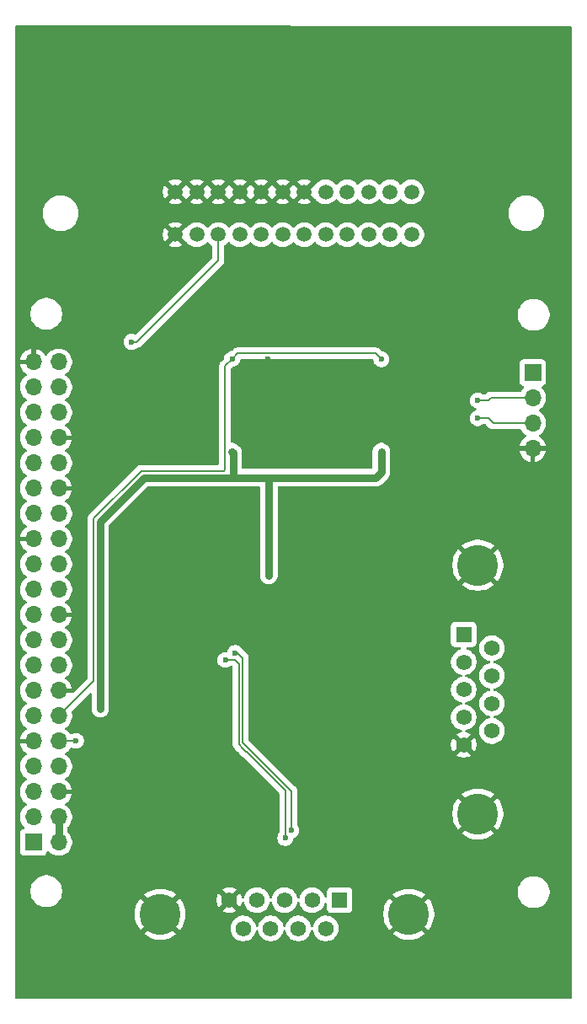
<source format=gbr>
%TF.GenerationSoftware,KiCad,Pcbnew,9.0.0*%
%TF.CreationDate,2025-03-08T15:00:36-07:00*%
%TF.ProjectId,Senior Capstone,53656e69-6f72-4204-9361-7073746f6e65,rev?*%
%TF.SameCoordinates,Original*%
%TF.FileFunction,Copper,L2,Bot*%
%TF.FilePolarity,Positive*%
%FSLAX46Y46*%
G04 Gerber Fmt 4.6, Leading zero omitted, Abs format (unit mm)*
G04 Created by KiCad (PCBNEW 9.0.0) date 2025-03-08 15:00:36*
%MOMM*%
%LPD*%
G01*
G04 APERTURE LIST*
%TA.AperFunction,ComponentPad*%
%ADD10C,1.498600*%
%TD*%
%TA.AperFunction,ComponentPad*%
%ADD11R,1.575000X1.575000*%
%TD*%
%TA.AperFunction,ComponentPad*%
%ADD12C,1.575000*%
%TD*%
%TA.AperFunction,ComponentPad*%
%ADD13C,4.116000*%
%TD*%
%TA.AperFunction,ComponentPad*%
%ADD14R,1.700000X1.700000*%
%TD*%
%TA.AperFunction,ComponentPad*%
%ADD15O,1.700000X1.700000*%
%TD*%
%TA.AperFunction,ViaPad*%
%ADD16C,0.600000*%
%TD*%
%TA.AperFunction,Conductor*%
%ADD17C,0.200000*%
%TD*%
%TA.AperFunction,Conductor*%
%ADD18C,0.750000*%
%TD*%
G04 APERTURE END LIST*
D10*
%TO.P,J6,1,DIO1*%
%TO.N,/GPIB/DIO1*%
X82525099Y-56850000D03*
%TO.P,J6,2,DIO2*%
%TO.N,/GPIB/DIO2*%
X80365101Y-56850000D03*
%TO.P,J6,3,DIO3*%
%TO.N,/GPIB/DIO3*%
X78205100Y-56850000D03*
%TO.P,J6,4,DIO4*%
%TO.N,/GPIB/DIO4*%
X76045099Y-56850000D03*
%TO.P,J6,5,EOI*%
%TO.N,/GPIB/EOI*%
X73885101Y-56850000D03*
%TO.P,J6,6,DAV*%
%TO.N,/GPIB/DAV*%
X71725100Y-56850000D03*
%TO.P,J6,7,NRFD*%
%TO.N,/GPIB/NFRD*%
X69565100Y-56850000D03*
%TO.P,J6,8,NDAC*%
%TO.N,/GPIB/NDAC*%
X67405099Y-56850000D03*
%TO.P,J6,9,IFC*%
%TO.N,/GPIB/IFC*%
X65245101Y-56850000D03*
%TO.P,J6,10,SRQ*%
%TO.N,/GPIB/SRQ*%
X63085100Y-56850000D03*
%TO.P,J6,11,ATN*%
%TO.N,/GPIB/ATN*%
X60925099Y-56850000D03*
%TO.P,J6,12,SHLD*%
%TO.N,GND*%
X58765101Y-56850000D03*
%TO.P,J6,13,DIO5*%
%TO.N,/GPIB/DIO5*%
X82525099Y-52560001D03*
%TO.P,J6,14,DIO6*%
%TO.N,/GPIB/DIO6*%
X80365101Y-52560001D03*
%TO.P,J6,15,DIO7*%
%TO.N,/GPIB/DIO7*%
X78205100Y-52560001D03*
%TO.P,J6,16,DIO8*%
%TO.N,/GPIB/DIO8*%
X76045099Y-52560001D03*
%TO.P,J6,17,REN*%
%TO.N,/GPIB/REN*%
X73885101Y-52560001D03*
%TO.P,J6,18,GND*%
%TO.N,GND*%
X71725100Y-52560001D03*
%TO.P,J6,19,GND*%
X69565100Y-52560001D03*
%TO.P,J6,20,GND*%
X67405099Y-52560001D03*
%TO.P,J6,21,GND*%
X65245101Y-52560001D03*
%TO.P,J6,22,GND*%
X63085100Y-52560001D03*
%TO.P,J6,23,GND*%
X60925099Y-52560001D03*
%TO.P,J6,24,GND*%
X58765101Y-52560001D03*
%TD*%
D11*
%TO.P,J2,01,01*%
%TO.N,unconnected-(J2-Pad01)*%
X87760000Y-97015000D03*
D12*
%TO.P,J2,02,02*%
%TO.N,/TX1*%
X87760000Y-99785000D03*
%TO.P,J2,03,03*%
%TO.N,/RX1*%
X87760000Y-102555000D03*
%TO.P,J2,04,04*%
%TO.N,unconnected-(J2-Pad04)*%
X87760000Y-105325000D03*
%TO.P,J2,05,05*%
%TO.N,GND*%
X87760000Y-108095000D03*
%TO.P,J2,06,06*%
%TO.N,unconnected-(J2-Pad06)*%
X90600000Y-98400000D03*
%TO.P,J2,07,07*%
%TO.N,unconnected-(J2-Pad07)*%
X90600000Y-101170000D03*
%TO.P,J2,08,08*%
%TO.N,unconnected-(J2-Pad08)*%
X90600000Y-103940000D03*
%TO.P,J2,09,09*%
%TO.N,unconnected-(J2-Pad09)*%
X90600000Y-106710000D03*
D13*
%TO.P,J2,S1,SHIELD*%
%TO.N,GND*%
X89180000Y-115050000D03*
%TO.P,J2,S2,SHIELD*%
X89180000Y-90060000D03*
%TD*%
D14*
%TO.P,J4,1,Pin_1*%
%TO.N,+3V3*%
X94700000Y-70700000D03*
D15*
%TO.P,J4,2,Pin_2*%
%TO.N,/GPIO14{slash}TXD0*%
X94700000Y-73240000D03*
%TO.P,J4,3,Pin_3*%
%TO.N,/GPIO15{slash}RXD0*%
X94700000Y-75780000D03*
%TO.P,J4,4,Pin_4*%
%TO.N,GND*%
X94700000Y-78320000D03*
%TD*%
D11*
%TO.P,J3,01,01*%
%TO.N,unconnected-(J3-Pad01)*%
X75285750Y-123702500D03*
D12*
%TO.P,J3,02,02*%
%TO.N,/TX2*%
X72515750Y-123702500D03*
%TO.P,J3,03,03*%
%TO.N,/RX2*%
X69745750Y-123702500D03*
%TO.P,J3,04,04*%
%TO.N,unconnected-(J3-Pad04)*%
X66975750Y-123702500D03*
%TO.P,J3,05,05*%
%TO.N,GND*%
X64205750Y-123702500D03*
%TO.P,J3,06,06*%
%TO.N,unconnected-(J3-Pad06)*%
X73900750Y-126542500D03*
%TO.P,J3,07,07*%
%TO.N,unconnected-(J3-Pad07)*%
X71130750Y-126542500D03*
%TO.P,J3,08,08*%
%TO.N,unconnected-(J3-Pad08)*%
X68360750Y-126542500D03*
%TO.P,J3,09,09*%
%TO.N,unconnected-(J3-Pad09)*%
X65590750Y-126542500D03*
D13*
%TO.P,J3,S1,SHIELD*%
%TO.N,GND*%
X57250750Y-125122500D03*
%TO.P,J3,S2,SHIELD*%
X82240750Y-125122500D03*
%TD*%
D14*
%TO.P,J1,1,Pin_1*%
%TO.N,+3V3*%
X44500000Y-117900000D03*
D15*
%TO.P,J1,2,Pin_2*%
%TO.N,+5V*%
X47040000Y-117900000D03*
%TO.P,J1,3,Pin_3*%
%TO.N,/GPIO2{slash}SDA1*%
X44500000Y-115360000D03*
%TO.P,J1,4,Pin_4*%
%TO.N,+5V*%
X47040000Y-115360000D03*
%TO.P,J1,5,Pin_5*%
%TO.N,/GPIO3{slash}SCL1*%
X44500000Y-112820000D03*
%TO.P,J1,6,Pin_6*%
%TO.N,GND*%
X47040000Y-112820000D03*
%TO.P,J1,7,Pin_7*%
%TO.N,/GPIO4{slash}GPCLK0*%
X44500000Y-110280000D03*
%TO.P,J1,8,Pin_8*%
%TO.N,/GPIO14{slash}TXD0*%
X47040000Y-110280000D03*
%TO.P,J1,9,Pin_9*%
%TO.N,GND*%
X44500000Y-107740000D03*
%TO.P,J1,10,Pin_10*%
%TO.N,/GPIO15{slash}RXD0*%
X47040000Y-107740000D03*
%TO.P,J1,11,Pin_11*%
%TO.N,/GPIO17*%
X44500000Y-105200000D03*
%TO.P,J1,12,Pin_12*%
%TO.N,TE*%
X47040000Y-105200000D03*
%TO.P,J1,13,Pin_13*%
%TO.N,GPIB_REN*%
X44500000Y-102660000D03*
%TO.P,J1,14,Pin_14*%
%TO.N,GND*%
X47040000Y-102660000D03*
%TO.P,J1,15,Pin_15*%
%TO.N,GPIB_IFC*%
X44500000Y-100120000D03*
%TO.P,J1,16,Pin_16*%
%TO.N,GPIB_NDAC*%
X47040000Y-100120000D03*
%TO.P,J1,17,Pin_17*%
%TO.N,+3V3*%
X44500000Y-97580000D03*
%TO.P,J1,18,Pin_18*%
%TO.N,GPIB_NRFD*%
X47040000Y-97580000D03*
%TO.P,J1,19,Pin_19*%
%TO.N,GPIB_DAV*%
X44500000Y-95040000D03*
%TO.P,J1,20,Pin_20*%
%TO.N,GND*%
X47040000Y-95040000D03*
%TO.P,J1,21,Pin_21*%
%TO.N,GPIB_EOI*%
X44500000Y-92500000D03*
%TO.P,J1,22,Pin_22*%
%TO.N,GPIB_ATN*%
X47040000Y-92500000D03*
%TO.P,J1,23,Pin_23*%
%TO.N,GPIB_SRQ*%
X44500000Y-89960000D03*
%TO.P,J1,24,Pin_24*%
%TO.N,DC*%
X47040000Y-89960000D03*
%TO.P,J1,25,Pin_25*%
%TO.N,GND*%
X44500000Y-87420000D03*
%TO.P,J1,26,Pin_26*%
%TO.N,/GPIO7{slash}SPI0.CE1*%
X47040000Y-87420000D03*
%TO.P,J1,27,Pin_27*%
%TO.N,/ID_SDA*%
X44500000Y-84880000D03*
%TO.P,J1,28,Pin_28*%
%TO.N,/ID_SCL*%
X47040000Y-84880000D03*
%TO.P,J1,29,Pin_29*%
%TO.N,GPIB_DIO8*%
X44500000Y-82340000D03*
%TO.P,J1,30,Pin_30*%
%TO.N,GND*%
X47040000Y-82340000D03*
%TO.P,J1,31,Pin_31*%
%TO.N,GPIB_DIO7*%
X44500000Y-79800000D03*
%TO.P,J1,32,Pin_32*%
%TO.N,GPIB_DIO6*%
X47040000Y-79800000D03*
%TO.P,J1,33,Pin_33*%
%TO.N,GPIB_DIO5*%
X44500000Y-77260000D03*
%TO.P,J1,34,Pin_34*%
%TO.N,GND*%
X47040000Y-77260000D03*
%TO.P,J1,35,Pin_35*%
%TO.N,GPIB_DIO4*%
X44500000Y-74720000D03*
%TO.P,J1,36,Pin_36*%
%TO.N,GPIB_DIO3*%
X47040000Y-74720000D03*
%TO.P,J1,37,Pin_37*%
%TO.N,GPIB_DIO2*%
X44500000Y-72180000D03*
%TO.P,J1,38,Pin_38*%
%TO.N,GPIB_DIO1*%
X47040000Y-72180000D03*
%TO.P,J1,39,Pin_39*%
%TO.N,GND*%
X44500000Y-69640000D03*
%TO.P,J1,40,Pin_40*%
%TO.N,/GPIO21{slash}PCM.DOUT*%
X47040000Y-69640000D03*
%TD*%
D16*
%TO.N,GND*%
X87380000Y-72880000D03*
X54250000Y-109600000D03*
X59450000Y-99000000D03*
X67950000Y-120800000D03*
X70925000Y-106450000D03*
X61225000Y-110725000D03*
X83900000Y-98000000D03*
X55575000Y-106400000D03*
X74350000Y-120750000D03*
X53044600Y-69367400D03*
X68030600Y-69367400D03*
X83900000Y-104400000D03*
X70407053Y-95625001D03*
X87370000Y-75900000D03*
%TO.N,/GPIO14{slash}TXD0*%
X89170000Y-73500000D03*
%TO.N,/GPIO15{slash}RXD0*%
X48791000Y-107700000D03*
X89170000Y-75280000D03*
%TO.N,TE*%
X79465000Y-69360000D03*
X64474600Y-69342000D03*
%TO.N,+5V*%
X51231800Y-104495600D03*
X68175000Y-91075000D03*
X79465000Y-78640000D03*
X64465000Y-78640000D03*
%TO.N,/RX2*%
X63800000Y-99575000D03*
X69832655Y-117467345D03*
%TO.N,/TX2*%
X64800000Y-98875000D03*
X70432655Y-116686236D03*
%TO.N,/GPIB/SRQ*%
X54365400Y-67614800D03*
%TD*%
D17*
%TO.N,/GPIO14{slash}TXD0*%
X90470000Y-73240000D02*
X94700000Y-73240000D01*
X89170000Y-73500000D02*
X90210000Y-73500000D01*
X90210000Y-73500000D02*
X90470000Y-73240000D01*
%TO.N,/GPIO15{slash}RXD0*%
X90740000Y-75780000D02*
X94700000Y-75780000D01*
X90240000Y-75280000D02*
X90740000Y-75780000D01*
X48791000Y-107700000D02*
X47080000Y-107700000D01*
X47080000Y-107700000D02*
X47040000Y-107740000D01*
X89170000Y-75280000D02*
X90240000Y-75280000D01*
%TO.N,TE*%
X65050200Y-68766400D02*
X78871400Y-68766400D01*
X50555800Y-85368792D02*
X50555800Y-101684200D01*
X78871400Y-68766400D02*
X79465000Y-69360000D01*
X63763400Y-80441800D02*
X63626600Y-80578600D01*
X56421400Y-80578600D02*
X55345992Y-80578600D01*
X63763400Y-70053200D02*
X63763400Y-80441800D01*
X64474600Y-69342000D02*
X63763400Y-70053200D01*
X64474600Y-69342000D02*
X65050200Y-68766400D01*
X63626600Y-80578600D02*
X56421400Y-80578600D01*
X50555800Y-101684200D02*
X47040000Y-105200000D01*
X55345992Y-80578600D02*
X50555800Y-85368792D01*
D18*
%TO.N,+5V*%
X51231800Y-104495600D02*
X51231800Y-85648800D01*
X47040000Y-117900000D02*
X47040000Y-115360000D01*
X77900000Y-81254600D02*
X78901800Y-81254600D01*
X51231800Y-85648800D02*
X55626000Y-81254600D01*
X64576200Y-81254600D02*
X64576200Y-78751200D01*
X79465000Y-80691400D02*
X79465000Y-78640000D01*
X68175000Y-81254600D02*
X68175000Y-91075000D01*
X64576200Y-81254600D02*
X69175000Y-81254600D01*
X78901800Y-81254600D02*
X79465000Y-80691400D01*
X55626000Y-81254600D02*
X64576200Y-81254600D01*
X69175000Y-81254600D02*
X77900000Y-81254600D01*
X64576200Y-78751200D02*
X64465000Y-78640000D01*
D17*
%TO.N,/RX2*%
X65548309Y-108448309D02*
X65149997Y-108049997D01*
X65917696Y-108817696D02*
X65900366Y-108817696D01*
X65149997Y-99999997D02*
X64725000Y-99575000D01*
X65900366Y-108817696D02*
X65548309Y-108465639D01*
X65548309Y-108465639D02*
X65548309Y-108448309D01*
X64725000Y-99575000D02*
X63800000Y-99575000D01*
X65149997Y-108049997D02*
X65149997Y-99999997D01*
X69832655Y-117467345D02*
X69832655Y-112732655D01*
X69832655Y-112732655D02*
X65917696Y-108817696D01*
%TO.N,/TX2*%
X65550997Y-107875997D02*
X65550997Y-99375997D01*
X65050000Y-98875000D02*
X64800000Y-98875000D01*
X70432655Y-112757655D02*
X65550997Y-107875997D01*
X65550997Y-99375997D02*
X65050000Y-98875000D01*
X70432655Y-116686236D02*
X70432655Y-112757655D01*
%TO.N,/GPIB/SRQ*%
X54365400Y-67614800D02*
X54898800Y-67614800D01*
X54898800Y-67614800D02*
X63085100Y-59428500D01*
X63085100Y-59428500D02*
X63085100Y-56850000D01*
%TD*%
%TA.AperFunction,Conductor*%
%TO.N,GND*%
G36*
X98500592Y-35873835D02*
G01*
X98567620Y-35893548D01*
X98613353Y-35946371D01*
X98624537Y-35997803D01*
X98649468Y-133475468D01*
X98629801Y-133542513D01*
X98577008Y-133588281D01*
X98525468Y-133599500D01*
X42774500Y-133599500D01*
X42707461Y-133579815D01*
X42661706Y-133527011D01*
X42650500Y-133475500D01*
X42650500Y-124978839D01*
X54692750Y-124978839D01*
X54692750Y-125266160D01*
X54724915Y-125551641D01*
X54724918Y-125551659D01*
X54788849Y-125831760D01*
X54788853Y-125831772D01*
X54883743Y-126102950D01*
X54883746Y-126102958D01*
X55008396Y-126361797D01*
X55161257Y-126605072D01*
X55273665Y-126746029D01*
X55992293Y-126027401D01*
X56068476Y-126132257D01*
X56240993Y-126304774D01*
X56345847Y-126380955D01*
X55627219Y-127099583D01*
X55768177Y-127211992D01*
X56011452Y-127364853D01*
X56270291Y-127489503D01*
X56270299Y-127489506D01*
X56541477Y-127584396D01*
X56541489Y-127584400D01*
X56821590Y-127648331D01*
X56821608Y-127648334D01*
X57107089Y-127680499D01*
X57107093Y-127680500D01*
X57394407Y-127680500D01*
X57394410Y-127680499D01*
X57679891Y-127648334D01*
X57679909Y-127648331D01*
X57960010Y-127584400D01*
X57960022Y-127584396D01*
X58231200Y-127489506D01*
X58231208Y-127489503D01*
X58490047Y-127364853D01*
X58733322Y-127211993D01*
X58874279Y-127099582D01*
X58155652Y-126380955D01*
X58260507Y-126304774D01*
X58433024Y-126132257D01*
X58509205Y-126027402D01*
X59227832Y-126746029D01*
X59340243Y-126605072D01*
X59443254Y-126441132D01*
X64302750Y-126441132D01*
X64302750Y-126643867D01*
X64334465Y-126844108D01*
X64397111Y-127036917D01*
X64397112Y-127036920D01*
X64429041Y-127099583D01*
X64486316Y-127211992D01*
X64489155Y-127217562D01*
X64608312Y-127381569D01*
X64608316Y-127381574D01*
X64751675Y-127524933D01*
X64751680Y-127524937D01*
X64833519Y-127584396D01*
X64915691Y-127644097D01*
X65033776Y-127704264D01*
X65096329Y-127736137D01*
X65096332Y-127736138D01*
X65192736Y-127767461D01*
X65289143Y-127798785D01*
X65489382Y-127830500D01*
X65489383Y-127830500D01*
X65692117Y-127830500D01*
X65692118Y-127830500D01*
X65892357Y-127798785D01*
X66085170Y-127736137D01*
X66265809Y-127644097D01*
X66429826Y-127524932D01*
X66573182Y-127381576D01*
X66692347Y-127217559D01*
X66784387Y-127036920D01*
X66847035Y-126844107D01*
X66853277Y-126804697D01*
X66883206Y-126741563D01*
X66942517Y-126704631D01*
X67012380Y-126705629D01*
X67070613Y-126744239D01*
X67098223Y-126804697D01*
X67104465Y-126844108D01*
X67167111Y-127036917D01*
X67167112Y-127036920D01*
X67199041Y-127099583D01*
X67256316Y-127211992D01*
X67259155Y-127217562D01*
X67378312Y-127381569D01*
X67378316Y-127381574D01*
X67521675Y-127524933D01*
X67521680Y-127524937D01*
X67603519Y-127584396D01*
X67685691Y-127644097D01*
X67803776Y-127704264D01*
X67866329Y-127736137D01*
X67866332Y-127736138D01*
X67962736Y-127767461D01*
X68059143Y-127798785D01*
X68259382Y-127830500D01*
X68259383Y-127830500D01*
X68462117Y-127830500D01*
X68462118Y-127830500D01*
X68662357Y-127798785D01*
X68855170Y-127736137D01*
X69035809Y-127644097D01*
X69199826Y-127524932D01*
X69343182Y-127381576D01*
X69462347Y-127217559D01*
X69554387Y-127036920D01*
X69617035Y-126844107D01*
X69623277Y-126804697D01*
X69653206Y-126741563D01*
X69712517Y-126704631D01*
X69782380Y-126705629D01*
X69840613Y-126744239D01*
X69868223Y-126804697D01*
X69874465Y-126844108D01*
X69937111Y-127036917D01*
X69937112Y-127036920D01*
X69969041Y-127099583D01*
X70026316Y-127211992D01*
X70029155Y-127217562D01*
X70148312Y-127381569D01*
X70148316Y-127381574D01*
X70291675Y-127524933D01*
X70291680Y-127524937D01*
X70373519Y-127584396D01*
X70455691Y-127644097D01*
X70573776Y-127704264D01*
X70636329Y-127736137D01*
X70636332Y-127736138D01*
X70732736Y-127767461D01*
X70829143Y-127798785D01*
X71029382Y-127830500D01*
X71029383Y-127830500D01*
X71232117Y-127830500D01*
X71232118Y-127830500D01*
X71432357Y-127798785D01*
X71625170Y-127736137D01*
X71805809Y-127644097D01*
X71969826Y-127524932D01*
X72113182Y-127381576D01*
X72232347Y-127217559D01*
X72324387Y-127036920D01*
X72387035Y-126844107D01*
X72393277Y-126804697D01*
X72423206Y-126741563D01*
X72482517Y-126704631D01*
X72552380Y-126705629D01*
X72610613Y-126744239D01*
X72638223Y-126804697D01*
X72644465Y-126844108D01*
X72707111Y-127036917D01*
X72707112Y-127036920D01*
X72739041Y-127099583D01*
X72796316Y-127211992D01*
X72799155Y-127217562D01*
X72918312Y-127381569D01*
X72918316Y-127381574D01*
X73061675Y-127524933D01*
X73061680Y-127524937D01*
X73143519Y-127584396D01*
X73225691Y-127644097D01*
X73343776Y-127704264D01*
X73406329Y-127736137D01*
X73406332Y-127736138D01*
X73502736Y-127767461D01*
X73599143Y-127798785D01*
X73799382Y-127830500D01*
X73799383Y-127830500D01*
X74002117Y-127830500D01*
X74002118Y-127830500D01*
X74202357Y-127798785D01*
X74395170Y-127736137D01*
X74575809Y-127644097D01*
X74739826Y-127524932D01*
X74883182Y-127381576D01*
X75002347Y-127217559D01*
X75094387Y-127036920D01*
X75094389Y-127036914D01*
X75102218Y-127012820D01*
X75102218Y-127012819D01*
X75114894Y-126973804D01*
X75157035Y-126844107D01*
X75188750Y-126643868D01*
X75188750Y-126441132D01*
X75157035Y-126240893D01*
X75094387Y-126048080D01*
X75094387Y-126048079D01*
X75036707Y-125934877D01*
X75002347Y-125867441D01*
X74976423Y-125831760D01*
X74883187Y-125703430D01*
X74883183Y-125703425D01*
X74739824Y-125560066D01*
X74739819Y-125560062D01*
X74575812Y-125440905D01*
X74575811Y-125440904D01*
X74575809Y-125440903D01*
X74517936Y-125411415D01*
X74395170Y-125348862D01*
X74395167Y-125348861D01*
X74202358Y-125286215D01*
X74102237Y-125270357D01*
X74002118Y-125254500D01*
X73799382Y-125254500D01*
X73732635Y-125265071D01*
X73599141Y-125286215D01*
X73406332Y-125348861D01*
X73406329Y-125348862D01*
X73225687Y-125440905D01*
X73061680Y-125560062D01*
X73061675Y-125560066D01*
X72918316Y-125703425D01*
X72918312Y-125703430D01*
X72799155Y-125867437D01*
X72707112Y-126048079D01*
X72707111Y-126048082D01*
X72644465Y-126240891D01*
X72638223Y-126280302D01*
X72608294Y-126343437D01*
X72548982Y-126380368D01*
X72479120Y-126379370D01*
X72420887Y-126340760D01*
X72393277Y-126280302D01*
X72391993Y-126272199D01*
X72387035Y-126240893D01*
X72324387Y-126048080D01*
X72324387Y-126048079D01*
X72266707Y-125934877D01*
X72232347Y-125867441D01*
X72206423Y-125831760D01*
X72113187Y-125703430D01*
X72113183Y-125703425D01*
X71969824Y-125560066D01*
X71969819Y-125560062D01*
X71805812Y-125440905D01*
X71805811Y-125440904D01*
X71805809Y-125440903D01*
X71747936Y-125411415D01*
X71625170Y-125348862D01*
X71625167Y-125348861D01*
X71432358Y-125286215D01*
X71332237Y-125270357D01*
X71232118Y-125254500D01*
X71029382Y-125254500D01*
X70962635Y-125265071D01*
X70829141Y-125286215D01*
X70636332Y-125348861D01*
X70636329Y-125348862D01*
X70455687Y-125440905D01*
X70291680Y-125560062D01*
X70291675Y-125560066D01*
X70148316Y-125703425D01*
X70148312Y-125703430D01*
X70029155Y-125867437D01*
X69937112Y-126048079D01*
X69937111Y-126048082D01*
X69874465Y-126240891D01*
X69868223Y-126280302D01*
X69838294Y-126343437D01*
X69778982Y-126380368D01*
X69709120Y-126379370D01*
X69650887Y-126340760D01*
X69623277Y-126280302D01*
X69621993Y-126272199D01*
X69617035Y-126240893D01*
X69554387Y-126048080D01*
X69554387Y-126048079D01*
X69496707Y-125934877D01*
X69462347Y-125867441D01*
X69436423Y-125831760D01*
X69343187Y-125703430D01*
X69343183Y-125703425D01*
X69199824Y-125560066D01*
X69199819Y-125560062D01*
X69035812Y-125440905D01*
X69035811Y-125440904D01*
X69035809Y-125440903D01*
X68977936Y-125411415D01*
X68855170Y-125348862D01*
X68855167Y-125348861D01*
X68662358Y-125286215D01*
X68562237Y-125270357D01*
X68462118Y-125254500D01*
X68259382Y-125254500D01*
X68192635Y-125265071D01*
X68059141Y-125286215D01*
X67866332Y-125348861D01*
X67866329Y-125348862D01*
X67685687Y-125440905D01*
X67521680Y-125560062D01*
X67521675Y-125560066D01*
X67378316Y-125703425D01*
X67378312Y-125703430D01*
X67259155Y-125867437D01*
X67167112Y-126048079D01*
X67167111Y-126048082D01*
X67104465Y-126240891D01*
X67098223Y-126280302D01*
X67068294Y-126343437D01*
X67008982Y-126380368D01*
X66939120Y-126379370D01*
X66880887Y-126340760D01*
X66853277Y-126280302D01*
X66851993Y-126272199D01*
X66847035Y-126240893D01*
X66784387Y-126048080D01*
X66784387Y-126048079D01*
X66726707Y-125934877D01*
X66692347Y-125867441D01*
X66666423Y-125831760D01*
X66573187Y-125703430D01*
X66573183Y-125703425D01*
X66429824Y-125560066D01*
X66429819Y-125560062D01*
X66265812Y-125440905D01*
X66265811Y-125440904D01*
X66265809Y-125440903D01*
X66207936Y-125411415D01*
X66085170Y-125348862D01*
X66085167Y-125348861D01*
X65892358Y-125286215D01*
X65792237Y-125270357D01*
X65692118Y-125254500D01*
X65489382Y-125254500D01*
X65422635Y-125265071D01*
X65289141Y-125286215D01*
X65096332Y-125348861D01*
X65096329Y-125348862D01*
X64915687Y-125440905D01*
X64751680Y-125560062D01*
X64751675Y-125560066D01*
X64608316Y-125703425D01*
X64608312Y-125703430D01*
X64489155Y-125867437D01*
X64397112Y-126048079D01*
X64397111Y-126048082D01*
X64334465Y-126240891D01*
X64302750Y-126441132D01*
X59443254Y-126441132D01*
X59487768Y-126370288D01*
X59487769Y-126370286D01*
X59487770Y-126370285D01*
X59493103Y-126361797D01*
X59617753Y-126102958D01*
X59617756Y-126102950D01*
X59712646Y-125831772D01*
X59712650Y-125831760D01*
X59776581Y-125551659D01*
X59776584Y-125551641D01*
X59808749Y-125266160D01*
X59808750Y-125266156D01*
X59808750Y-124978843D01*
X59808749Y-124978839D01*
X59781800Y-124739649D01*
X59776583Y-124693356D01*
X59776581Y-124693340D01*
X59712650Y-124413239D01*
X59712646Y-124413227D01*
X59617756Y-124142049D01*
X59617753Y-124142041D01*
X59493103Y-123883202D01*
X59354283Y-123662272D01*
X59340242Y-123639927D01*
X59309336Y-123601172D01*
X62918250Y-123601172D01*
X62918250Y-123803827D01*
X62949953Y-124003991D01*
X63012575Y-124196725D01*
X63012577Y-124196728D01*
X63104581Y-124377297D01*
X63135223Y-124419471D01*
X63135224Y-124419472D01*
X63702374Y-123852321D01*
X63716528Y-123905142D01*
X63785646Y-124024857D01*
X63883393Y-124122604D01*
X64003108Y-124191722D01*
X64055928Y-124205875D01*
X63488776Y-124773025D01*
X63530952Y-124803668D01*
X63711521Y-124895672D01*
X63711524Y-124895674D01*
X63904258Y-124958296D01*
X64104423Y-124990000D01*
X64307077Y-124990000D01*
X64507241Y-124958296D01*
X64699975Y-124895674D01*
X64699978Y-124895672D01*
X64880547Y-124803668D01*
X64922721Y-124773026D01*
X64922721Y-124773025D01*
X64355571Y-124205875D01*
X64408392Y-124191722D01*
X64528107Y-124122604D01*
X64625854Y-124024857D01*
X64694972Y-123905142D01*
X64709125Y-123852321D01*
X65276275Y-124419471D01*
X65276276Y-124419471D01*
X65306918Y-124377297D01*
X65398922Y-124196728D01*
X65398924Y-124196725D01*
X65461545Y-124003995D01*
X65468022Y-123963100D01*
X65497951Y-123899965D01*
X65557262Y-123863033D01*
X65627124Y-123864029D01*
X65685358Y-123902638D01*
X65712969Y-123963096D01*
X65719465Y-124004109D01*
X65782111Y-124196917D01*
X65782112Y-124196920D01*
X65874155Y-124377562D01*
X65993312Y-124541569D01*
X65993316Y-124541574D01*
X66136675Y-124684933D01*
X66136680Y-124684937D01*
X66257924Y-124773025D01*
X66300691Y-124804097D01*
X66385959Y-124847543D01*
X66481329Y-124896137D01*
X66481332Y-124896138D01*
X66577736Y-124927461D01*
X66674143Y-124958785D01*
X66874382Y-124990500D01*
X66874383Y-124990500D01*
X67077117Y-124990500D01*
X67077118Y-124990500D01*
X67277357Y-124958785D01*
X67470170Y-124896137D01*
X67650809Y-124804097D01*
X67814826Y-124684932D01*
X67958182Y-124541576D01*
X68077347Y-124377559D01*
X68169387Y-124196920D01*
X68232035Y-124004107D01*
X68238277Y-123964697D01*
X68268206Y-123901563D01*
X68327517Y-123864631D01*
X68397380Y-123865629D01*
X68455613Y-123904239D01*
X68483223Y-123964697D01*
X68489465Y-124004108D01*
X68552111Y-124196917D01*
X68552112Y-124196920D01*
X68644155Y-124377562D01*
X68763312Y-124541569D01*
X68763316Y-124541574D01*
X68906675Y-124684933D01*
X68906680Y-124684937D01*
X69027924Y-124773025D01*
X69070691Y-124804097D01*
X69155959Y-124847543D01*
X69251329Y-124896137D01*
X69251332Y-124896138D01*
X69347736Y-124927461D01*
X69444143Y-124958785D01*
X69644382Y-124990500D01*
X69644383Y-124990500D01*
X69847117Y-124990500D01*
X69847118Y-124990500D01*
X70047357Y-124958785D01*
X70240170Y-124896137D01*
X70420809Y-124804097D01*
X70584826Y-124684932D01*
X70728182Y-124541576D01*
X70847347Y-124377559D01*
X70939387Y-124196920D01*
X71002035Y-124004107D01*
X71008277Y-123964697D01*
X71038206Y-123901563D01*
X71097517Y-123864631D01*
X71167380Y-123865629D01*
X71225613Y-123904239D01*
X71253223Y-123964697D01*
X71259465Y-124004108D01*
X71322111Y-124196917D01*
X71322112Y-124196920D01*
X71414155Y-124377562D01*
X71533312Y-124541569D01*
X71533316Y-124541574D01*
X71676675Y-124684933D01*
X71676680Y-124684937D01*
X71797924Y-124773025D01*
X71840691Y-124804097D01*
X71925959Y-124847543D01*
X72021329Y-124896137D01*
X72021332Y-124896138D01*
X72117736Y-124927461D01*
X72214143Y-124958785D01*
X72414382Y-124990500D01*
X72414383Y-124990500D01*
X72617117Y-124990500D01*
X72617118Y-124990500D01*
X72817357Y-124958785D01*
X73010170Y-124896137D01*
X73190809Y-124804097D01*
X73354826Y-124684932D01*
X73498182Y-124541576D01*
X73617347Y-124377559D01*
X73709387Y-124196920D01*
X73755819Y-124054014D01*
X73795256Y-123996339D01*
X73859614Y-123969140D01*
X73928461Y-123981054D01*
X73979937Y-124028298D01*
X73997750Y-124092332D01*
X73997751Y-124537863D01*
X73997751Y-124537876D01*
X74004158Y-124597483D01*
X74054452Y-124732328D01*
X74054456Y-124732335D01*
X74140702Y-124847544D01*
X74140705Y-124847547D01*
X74255914Y-124933793D01*
X74255921Y-124933797D01*
X74390767Y-124984091D01*
X74390766Y-124984091D01*
X74397694Y-124984835D01*
X74450377Y-124990500D01*
X76121122Y-124990499D01*
X76180733Y-124984091D01*
X76194814Y-124978839D01*
X79682750Y-124978839D01*
X79682750Y-125266160D01*
X79714915Y-125551641D01*
X79714918Y-125551659D01*
X79778849Y-125831760D01*
X79778853Y-125831772D01*
X79873743Y-126102950D01*
X79873746Y-126102958D01*
X79998396Y-126361797D01*
X80151257Y-126605072D01*
X80263665Y-126746029D01*
X80982293Y-126027401D01*
X81058476Y-126132257D01*
X81230993Y-126304774D01*
X81335847Y-126380955D01*
X80617219Y-127099583D01*
X80758177Y-127211992D01*
X81001452Y-127364853D01*
X81260291Y-127489503D01*
X81260299Y-127489506D01*
X81531477Y-127584396D01*
X81531489Y-127584400D01*
X81811590Y-127648331D01*
X81811608Y-127648334D01*
X82097089Y-127680499D01*
X82097093Y-127680500D01*
X82384407Y-127680500D01*
X82384410Y-127680499D01*
X82669891Y-127648334D01*
X82669909Y-127648331D01*
X82950010Y-127584400D01*
X82950022Y-127584396D01*
X83221200Y-127489506D01*
X83221208Y-127489503D01*
X83480047Y-127364853D01*
X83723322Y-127211993D01*
X83864279Y-127099582D01*
X83145652Y-126380955D01*
X83250507Y-126304774D01*
X83423024Y-126132257D01*
X83499205Y-126027402D01*
X84217832Y-126746029D01*
X84330243Y-126605072D01*
X84483103Y-126361797D01*
X84607753Y-126102958D01*
X84607756Y-126102950D01*
X84702646Y-125831772D01*
X84702650Y-125831760D01*
X84766581Y-125551659D01*
X84766584Y-125551641D01*
X84798749Y-125266160D01*
X84798750Y-125266156D01*
X84798750Y-124978843D01*
X84798749Y-124978839D01*
X84766584Y-124693358D01*
X84766581Y-124693340D01*
X84702650Y-124413239D01*
X84702646Y-124413227D01*
X84607756Y-124142049D01*
X84607753Y-124142041D01*
X84483103Y-123883202D01*
X84330242Y-123639927D01*
X84217833Y-123498969D01*
X83499205Y-124217597D01*
X83423024Y-124112743D01*
X83250507Y-123940226D01*
X83145651Y-123864043D01*
X83864279Y-123145415D01*
X83723322Y-123033007D01*
X83480046Y-122880146D01*
X83259711Y-122774038D01*
X93199500Y-122774038D01*
X93199500Y-123025962D01*
X93226093Y-123193862D01*
X93238910Y-123274785D01*
X93316760Y-123514383D01*
X93380179Y-123638848D01*
X93412611Y-123702500D01*
X93431132Y-123738848D01*
X93579201Y-123942649D01*
X93579205Y-123942654D01*
X93757345Y-124120794D01*
X93757350Y-124120798D01*
X93862120Y-124196917D01*
X93961155Y-124268870D01*
X94042119Y-124310123D01*
X94185616Y-124383239D01*
X94185618Y-124383239D01*
X94185621Y-124383241D01*
X94425215Y-124461090D01*
X94674038Y-124500500D01*
X94674039Y-124500500D01*
X94925961Y-124500500D01*
X94925962Y-124500500D01*
X95174785Y-124461090D01*
X95414379Y-124383241D01*
X95638845Y-124268870D01*
X95842656Y-124120793D01*
X96020793Y-123942656D01*
X96168870Y-123738845D01*
X96283241Y-123514379D01*
X96361090Y-123274785D01*
X96400500Y-123025962D01*
X96400500Y-122774038D01*
X96361090Y-122525215D01*
X96283241Y-122285621D01*
X96283239Y-122285618D01*
X96283239Y-122285616D01*
X96241747Y-122204184D01*
X96168870Y-122061155D01*
X96096213Y-121961151D01*
X96020798Y-121857350D01*
X96020794Y-121857345D01*
X95842654Y-121679205D01*
X95842649Y-121679201D01*
X95638848Y-121531132D01*
X95638847Y-121531131D01*
X95638845Y-121531130D01*
X95568747Y-121495413D01*
X95414383Y-121416760D01*
X95174785Y-121338910D01*
X95034930Y-121316759D01*
X94925962Y-121299500D01*
X94674038Y-121299500D01*
X94565070Y-121316759D01*
X94425214Y-121338910D01*
X94185616Y-121416760D01*
X93961151Y-121531132D01*
X93757350Y-121679201D01*
X93757345Y-121679205D01*
X93579205Y-121857345D01*
X93579201Y-121857350D01*
X93431132Y-122061151D01*
X93316760Y-122285616D01*
X93244072Y-122509327D01*
X93238910Y-122525215D01*
X93199500Y-122774038D01*
X83259711Y-122774038D01*
X83221208Y-122755496D01*
X83221200Y-122755493D01*
X82950022Y-122660603D01*
X82950010Y-122660599D01*
X82669909Y-122596668D01*
X82669891Y-122596665D01*
X82384410Y-122564500D01*
X82097089Y-122564500D01*
X81811608Y-122596665D01*
X81811590Y-122596668D01*
X81531489Y-122660599D01*
X81531477Y-122660603D01*
X81260299Y-122755493D01*
X81260291Y-122755496D01*
X81001452Y-122880146D01*
X80758183Y-123033003D01*
X80617220Y-123145416D01*
X81335848Y-123864044D01*
X81230993Y-123940226D01*
X81058476Y-124112743D01*
X80982294Y-124217598D01*
X80263666Y-123498970D01*
X80151253Y-123639933D01*
X79998396Y-123883202D01*
X79873746Y-124142041D01*
X79873743Y-124142049D01*
X79778853Y-124413227D01*
X79778849Y-124413239D01*
X79714918Y-124693340D01*
X79714915Y-124693358D01*
X79682750Y-124978839D01*
X76194814Y-124978839D01*
X76315581Y-124933796D01*
X76430796Y-124847546D01*
X76517046Y-124732331D01*
X76567341Y-124597483D01*
X76573750Y-124537873D01*
X76573749Y-122867128D01*
X76567341Y-122807517D01*
X76547938Y-122755496D01*
X76517047Y-122672671D01*
X76517043Y-122672664D01*
X76430797Y-122557455D01*
X76430794Y-122557452D01*
X76315585Y-122471206D01*
X76315578Y-122471202D01*
X76180732Y-122420908D01*
X76180733Y-122420908D01*
X76121133Y-122414501D01*
X76121131Y-122414500D01*
X76121123Y-122414500D01*
X76121114Y-122414500D01*
X74450379Y-122414500D01*
X74450373Y-122414501D01*
X74390766Y-122420908D01*
X74255921Y-122471202D01*
X74255914Y-122471206D01*
X74140705Y-122557452D01*
X74140702Y-122557455D01*
X74054456Y-122672664D01*
X74054452Y-122672671D01*
X74004158Y-122807517D01*
X73998148Y-122863424D01*
X73997751Y-122867123D01*
X73997750Y-122867135D01*
X73997750Y-123312666D01*
X73978065Y-123379705D01*
X73925261Y-123425460D01*
X73856103Y-123435404D01*
X73792547Y-123406379D01*
X73755819Y-123350984D01*
X73709388Y-123208082D01*
X73709387Y-123208079D01*
X73677458Y-123145415D01*
X73617347Y-123027441D01*
X73586894Y-122985526D01*
X73498187Y-122863430D01*
X73498183Y-122863425D01*
X73354824Y-122720066D01*
X73354819Y-122720062D01*
X73190812Y-122600905D01*
X73190811Y-122600904D01*
X73190809Y-122600903D01*
X73119364Y-122564500D01*
X73010170Y-122508862D01*
X73010167Y-122508861D01*
X72817358Y-122446215D01*
X72684763Y-122425214D01*
X72617118Y-122414500D01*
X72414382Y-122414500D01*
X72347635Y-122425071D01*
X72214141Y-122446215D01*
X72021332Y-122508861D01*
X72021329Y-122508862D01*
X71840687Y-122600905D01*
X71676680Y-122720062D01*
X71676675Y-122720066D01*
X71533316Y-122863425D01*
X71533312Y-122863430D01*
X71414155Y-123027437D01*
X71322112Y-123208079D01*
X71322111Y-123208082D01*
X71259465Y-123400891D01*
X71253223Y-123440302D01*
X71223294Y-123503437D01*
X71163982Y-123540368D01*
X71094120Y-123539370D01*
X71035887Y-123500760D01*
X71008277Y-123440302D01*
X71005926Y-123425460D01*
X71002035Y-123400893D01*
X70970711Y-123304486D01*
X70939388Y-123208082D01*
X70939387Y-123208079D01*
X70907458Y-123145415D01*
X70847347Y-123027441D01*
X70816894Y-122985526D01*
X70728187Y-122863430D01*
X70728183Y-122863425D01*
X70584824Y-122720066D01*
X70584819Y-122720062D01*
X70420812Y-122600905D01*
X70420811Y-122600904D01*
X70420809Y-122600903D01*
X70349364Y-122564500D01*
X70240170Y-122508862D01*
X70240167Y-122508861D01*
X70047358Y-122446215D01*
X69914763Y-122425214D01*
X69847118Y-122414500D01*
X69644382Y-122414500D01*
X69577635Y-122425071D01*
X69444141Y-122446215D01*
X69251332Y-122508861D01*
X69251329Y-122508862D01*
X69070687Y-122600905D01*
X68906680Y-122720062D01*
X68906675Y-122720066D01*
X68763316Y-122863425D01*
X68763312Y-122863430D01*
X68644155Y-123027437D01*
X68552112Y-123208079D01*
X68552111Y-123208082D01*
X68489465Y-123400891D01*
X68483223Y-123440302D01*
X68453294Y-123503437D01*
X68393982Y-123540368D01*
X68324120Y-123539370D01*
X68265887Y-123500760D01*
X68238277Y-123440302D01*
X68235926Y-123425460D01*
X68232035Y-123400893D01*
X68200711Y-123304486D01*
X68169388Y-123208082D01*
X68169387Y-123208079D01*
X68137458Y-123145415D01*
X68077347Y-123027441D01*
X68046894Y-122985526D01*
X67958187Y-122863430D01*
X67958183Y-122863425D01*
X67814824Y-122720066D01*
X67814819Y-122720062D01*
X67650812Y-122600905D01*
X67650811Y-122600904D01*
X67650809Y-122600903D01*
X67579364Y-122564500D01*
X67470170Y-122508862D01*
X67470167Y-122508861D01*
X67277358Y-122446215D01*
X67144763Y-122425214D01*
X67077118Y-122414500D01*
X66874382Y-122414500D01*
X66807635Y-122425071D01*
X66674141Y-122446215D01*
X66481332Y-122508861D01*
X66481329Y-122508862D01*
X66300687Y-122600905D01*
X66136680Y-122720062D01*
X66136675Y-122720066D01*
X65993316Y-122863425D01*
X65993312Y-122863430D01*
X65874155Y-123027437D01*
X65782112Y-123208079D01*
X65782111Y-123208082D01*
X65719465Y-123400890D01*
X65712969Y-123441903D01*
X65683038Y-123505037D01*
X65623726Y-123541967D01*
X65553864Y-123540969D01*
X65495632Y-123502358D01*
X65468022Y-123441899D01*
X65461545Y-123401004D01*
X65398924Y-123208274D01*
X65398922Y-123208271D01*
X65306918Y-123027702D01*
X65276275Y-122985527D01*
X65276275Y-122985526D01*
X64709125Y-123552677D01*
X64694972Y-123499858D01*
X64625854Y-123380143D01*
X64528107Y-123282396D01*
X64408392Y-123213278D01*
X64355572Y-123199124D01*
X64922722Y-122631974D01*
X64922721Y-122631973D01*
X64880547Y-122601331D01*
X64699978Y-122509327D01*
X64699975Y-122509325D01*
X64507241Y-122446703D01*
X64307077Y-122415000D01*
X64104423Y-122415000D01*
X63904258Y-122446703D01*
X63711524Y-122509325D01*
X63711521Y-122509326D01*
X63530954Y-122601330D01*
X63488777Y-122631973D01*
X64055928Y-123199124D01*
X64003108Y-123213278D01*
X63883393Y-123282396D01*
X63785646Y-123380143D01*
X63716528Y-123499858D01*
X63702374Y-123552678D01*
X63135223Y-122985527D01*
X63104580Y-123027704D01*
X63012576Y-123208271D01*
X63012575Y-123208274D01*
X62949953Y-123401008D01*
X62918250Y-123601172D01*
X59309336Y-123601172D01*
X59227833Y-123498969D01*
X58509205Y-124217597D01*
X58433024Y-124112743D01*
X58260507Y-123940226D01*
X58155651Y-123864043D01*
X58874279Y-123145415D01*
X58733322Y-123033007D01*
X58490047Y-122880146D01*
X58304832Y-122790952D01*
X58304831Y-122790952D01*
X58231200Y-122755493D01*
X57960022Y-122660603D01*
X57960010Y-122660599D01*
X57679909Y-122596668D01*
X57679891Y-122596665D01*
X57394410Y-122564500D01*
X57107089Y-122564500D01*
X56821608Y-122596665D01*
X56821590Y-122596668D01*
X56541489Y-122660599D01*
X56541477Y-122660603D01*
X56270299Y-122755493D01*
X56270291Y-122755496D01*
X56011452Y-122880146D01*
X55768183Y-123033003D01*
X55627220Y-123145416D01*
X56345848Y-123864044D01*
X56240993Y-123940226D01*
X56068476Y-124112743D01*
X55992294Y-124217598D01*
X55273666Y-123498970D01*
X55161253Y-123639933D01*
X55008396Y-123883202D01*
X54883746Y-124142041D01*
X54883743Y-124142049D01*
X54788853Y-124413227D01*
X54788849Y-124413239D01*
X54724918Y-124693340D01*
X54724915Y-124693358D01*
X54692750Y-124978839D01*
X42650500Y-124978839D01*
X42650500Y-122674038D01*
X44199500Y-122674038D01*
X44199500Y-122925962D01*
X44216454Y-123033003D01*
X44238910Y-123174785D01*
X44316760Y-123414383D01*
X44381260Y-123540969D01*
X44428346Y-123633382D01*
X44431132Y-123638848D01*
X44579201Y-123842649D01*
X44579205Y-123842654D01*
X44757345Y-124020794D01*
X44757350Y-124020798D01*
X44894984Y-124120794D01*
X44961155Y-124168870D01*
X45076223Y-124227500D01*
X45185616Y-124283239D01*
X45185618Y-124283239D01*
X45185621Y-124283241D01*
X45425215Y-124361090D01*
X45674038Y-124400500D01*
X45674039Y-124400500D01*
X45925961Y-124400500D01*
X45925962Y-124400500D01*
X46174785Y-124361090D01*
X46414379Y-124283241D01*
X46638845Y-124168870D01*
X46842656Y-124020793D01*
X47020793Y-123842656D01*
X47168870Y-123638845D01*
X47283241Y-123414379D01*
X47361090Y-123174785D01*
X47400500Y-122925962D01*
X47400500Y-122674038D01*
X47361090Y-122425215D01*
X47283241Y-122185621D01*
X47283239Y-122185618D01*
X47283239Y-122185616D01*
X47219820Y-122061151D01*
X47168870Y-121961155D01*
X47149952Y-121935117D01*
X47020798Y-121757350D01*
X47020794Y-121757345D01*
X46842654Y-121579205D01*
X46842649Y-121579201D01*
X46638848Y-121431132D01*
X46638847Y-121431131D01*
X46638845Y-121431130D01*
X46568747Y-121395413D01*
X46414383Y-121316760D01*
X46174785Y-121238910D01*
X45925962Y-121199500D01*
X45674038Y-121199500D01*
X45549626Y-121219205D01*
X45425214Y-121238910D01*
X45185616Y-121316760D01*
X44961151Y-121431132D01*
X44757350Y-121579201D01*
X44757345Y-121579205D01*
X44579205Y-121757345D01*
X44579201Y-121757350D01*
X44431132Y-121961151D01*
X44316760Y-122185616D01*
X44238910Y-122425214D01*
X44211083Y-122600905D01*
X44199500Y-122674038D01*
X42650500Y-122674038D01*
X42650500Y-72073713D01*
X43149500Y-72073713D01*
X43149500Y-72286287D01*
X43182754Y-72496243D01*
X43229301Y-72639500D01*
X43248444Y-72698414D01*
X43344951Y-72887820D01*
X43469890Y-73059786D01*
X43620213Y-73210109D01*
X43792182Y-73335050D01*
X43800946Y-73339516D01*
X43851742Y-73387491D01*
X43868536Y-73455312D01*
X43845998Y-73521447D01*
X43800946Y-73560484D01*
X43792182Y-73564949D01*
X43620213Y-73689890D01*
X43469890Y-73840213D01*
X43344951Y-74012179D01*
X43248444Y-74201585D01*
X43182753Y-74403760D01*
X43156327Y-74570609D01*
X43149500Y-74613713D01*
X43149500Y-74826287D01*
X43182754Y-75036243D01*
X43236338Y-75201158D01*
X43248444Y-75238414D01*
X43344951Y-75427820D01*
X43469890Y-75599786D01*
X43620213Y-75750109D01*
X43792182Y-75875050D01*
X43800946Y-75879516D01*
X43851742Y-75927491D01*
X43868536Y-75995312D01*
X43845998Y-76061447D01*
X43800946Y-76100484D01*
X43792182Y-76104949D01*
X43620213Y-76229890D01*
X43469890Y-76380213D01*
X43344951Y-76552179D01*
X43248444Y-76741585D01*
X43182753Y-76943760D01*
X43155982Y-77112788D01*
X43149500Y-77153713D01*
X43149500Y-77366287D01*
X43182754Y-77576243D01*
X43220369Y-77692011D01*
X43248444Y-77778414D01*
X43344951Y-77967820D01*
X43469890Y-78139786D01*
X43620213Y-78290109D01*
X43792182Y-78415050D01*
X43800946Y-78419516D01*
X43851742Y-78467491D01*
X43868536Y-78535312D01*
X43845998Y-78601447D01*
X43800946Y-78640484D01*
X43792182Y-78644949D01*
X43620213Y-78769890D01*
X43469890Y-78920213D01*
X43344951Y-79092179D01*
X43248444Y-79281585D01*
X43248443Y-79281587D01*
X43248443Y-79281588D01*
X43226303Y-79349727D01*
X43182753Y-79483760D01*
X43149500Y-79693713D01*
X43149500Y-79906286D01*
X43182753Y-80116239D01*
X43248444Y-80318414D01*
X43344951Y-80507820D01*
X43469890Y-80679786D01*
X43620213Y-80830109D01*
X43792182Y-80955050D01*
X43800946Y-80959516D01*
X43851742Y-81007491D01*
X43868536Y-81075312D01*
X43845998Y-81141447D01*
X43800946Y-81180484D01*
X43792182Y-81184949D01*
X43620213Y-81309890D01*
X43469890Y-81460213D01*
X43344951Y-81632179D01*
X43248444Y-81821585D01*
X43182753Y-82023760D01*
X43149500Y-82233713D01*
X43149500Y-82446286D01*
X43182753Y-82656239D01*
X43248444Y-82858414D01*
X43344951Y-83047820D01*
X43469890Y-83219786D01*
X43620213Y-83370109D01*
X43792182Y-83495050D01*
X43800946Y-83499516D01*
X43851742Y-83547491D01*
X43868536Y-83615312D01*
X43845998Y-83681447D01*
X43800946Y-83720484D01*
X43792182Y-83724949D01*
X43620213Y-83849890D01*
X43469890Y-84000213D01*
X43344951Y-84172179D01*
X43248444Y-84361585D01*
X43182753Y-84563760D01*
X43149500Y-84773713D01*
X43149500Y-84986286D01*
X43165433Y-85086887D01*
X43182754Y-85196243D01*
X43213132Y-85289737D01*
X43248444Y-85398414D01*
X43344951Y-85587820D01*
X43469890Y-85759786D01*
X43620213Y-85910109D01*
X43792179Y-86035048D01*
X43792181Y-86035049D01*
X43792184Y-86035051D01*
X43801493Y-86039794D01*
X43852290Y-86087766D01*
X43869087Y-86155587D01*
X43846552Y-86221722D01*
X43801502Y-86260762D01*
X43792443Y-86265378D01*
X43620540Y-86390272D01*
X43620535Y-86390276D01*
X43470276Y-86540535D01*
X43470272Y-86540540D01*
X43345379Y-86712442D01*
X43248904Y-86901782D01*
X43183242Y-87103870D01*
X43183242Y-87103873D01*
X43172769Y-87170000D01*
X44066988Y-87170000D01*
X44034075Y-87227007D01*
X44000000Y-87354174D01*
X44000000Y-87485826D01*
X44034075Y-87612993D01*
X44066988Y-87670000D01*
X43172769Y-87670000D01*
X43183242Y-87736126D01*
X43183242Y-87736129D01*
X43248904Y-87938217D01*
X43345379Y-88127557D01*
X43470272Y-88299459D01*
X43470276Y-88299464D01*
X43620535Y-88449723D01*
X43620540Y-88449727D01*
X43792444Y-88574622D01*
X43801495Y-88579234D01*
X43852292Y-88627208D01*
X43869087Y-88695029D01*
X43846550Y-88761164D01*
X43801499Y-88800202D01*
X43792182Y-88804949D01*
X43620213Y-88929890D01*
X43469890Y-89080213D01*
X43344951Y-89252179D01*
X43248444Y-89441585D01*
X43182753Y-89643760D01*
X43172825Y-89706446D01*
X43149500Y-89853713D01*
X43149500Y-90066287D01*
X43182754Y-90276243D01*
X43227369Y-90413554D01*
X43248444Y-90478414D01*
X43344951Y-90667820D01*
X43469890Y-90839786D01*
X43620213Y-90990109D01*
X43792182Y-91115050D01*
X43800946Y-91119516D01*
X43851742Y-91167491D01*
X43868536Y-91235312D01*
X43845998Y-91301447D01*
X43800946Y-91340484D01*
X43792182Y-91344949D01*
X43620213Y-91469890D01*
X43469890Y-91620213D01*
X43344951Y-91792179D01*
X43248444Y-91981585D01*
X43248443Y-91981587D01*
X43248443Y-91981588D01*
X43230000Y-92038349D01*
X43182753Y-92183760D01*
X43149500Y-92393713D01*
X43149500Y-92606286D01*
X43182753Y-92816239D01*
X43248444Y-93018414D01*
X43344951Y-93207820D01*
X43469890Y-93379786D01*
X43620213Y-93530109D01*
X43792182Y-93655050D01*
X43800946Y-93659516D01*
X43851742Y-93707491D01*
X43868536Y-93775312D01*
X43845998Y-93841447D01*
X43800946Y-93880484D01*
X43792182Y-93884949D01*
X43620213Y-94009890D01*
X43469890Y-94160213D01*
X43344951Y-94332179D01*
X43248444Y-94521585D01*
X43182753Y-94723760D01*
X43149500Y-94933713D01*
X43149500Y-95146286D01*
X43182753Y-95356239D01*
X43248444Y-95558414D01*
X43344951Y-95747820D01*
X43469890Y-95919786D01*
X43620213Y-96070109D01*
X43792182Y-96195050D01*
X43800946Y-96199516D01*
X43851742Y-96247491D01*
X43868536Y-96315312D01*
X43845998Y-96381447D01*
X43800946Y-96420484D01*
X43792182Y-96424949D01*
X43620213Y-96549890D01*
X43469890Y-96700213D01*
X43344951Y-96872179D01*
X43248444Y-97061585D01*
X43182753Y-97263760D01*
X43149500Y-97473713D01*
X43149500Y-97686286D01*
X43175488Y-97850372D01*
X43182754Y-97896243D01*
X43248436Y-98098391D01*
X43248444Y-98098414D01*
X43344951Y-98287820D01*
X43469890Y-98459786D01*
X43620213Y-98610109D01*
X43792182Y-98735050D01*
X43800946Y-98739516D01*
X43851742Y-98787491D01*
X43868536Y-98855312D01*
X43845998Y-98921447D01*
X43800946Y-98960484D01*
X43792182Y-98964949D01*
X43620213Y-99089890D01*
X43469890Y-99240213D01*
X43344951Y-99412179D01*
X43248444Y-99601585D01*
X43182753Y-99803760D01*
X43166327Y-99907473D01*
X43149500Y-100013713D01*
X43149500Y-100226287D01*
X43182754Y-100436243D01*
X43243784Y-100624074D01*
X43248444Y-100638414D01*
X43344951Y-100827820D01*
X43469890Y-100999786D01*
X43620213Y-101150109D01*
X43792182Y-101275050D01*
X43800946Y-101279516D01*
X43851742Y-101327491D01*
X43868536Y-101395312D01*
X43845998Y-101461447D01*
X43800946Y-101500484D01*
X43792182Y-101504949D01*
X43620213Y-101629890D01*
X43469890Y-101780213D01*
X43344951Y-101952179D01*
X43248444Y-102141585D01*
X43182753Y-102343760D01*
X43149500Y-102553713D01*
X43149500Y-102766286D01*
X43177744Y-102944615D01*
X43182754Y-102976243D01*
X43223267Y-103100930D01*
X43248444Y-103178414D01*
X43344951Y-103367820D01*
X43469890Y-103539786D01*
X43620213Y-103690109D01*
X43792182Y-103815050D01*
X43800946Y-103819516D01*
X43851742Y-103867491D01*
X43868536Y-103935312D01*
X43845998Y-104001447D01*
X43800946Y-104040484D01*
X43792182Y-104044949D01*
X43620213Y-104169890D01*
X43469890Y-104320213D01*
X43344951Y-104492179D01*
X43248444Y-104681585D01*
X43182753Y-104883760D01*
X43157755Y-105041594D01*
X43149500Y-105093713D01*
X43149500Y-105306287D01*
X43158266Y-105361630D01*
X43167121Y-105417544D01*
X43182754Y-105516243D01*
X43212699Y-105608405D01*
X43248444Y-105718414D01*
X43344951Y-105907820D01*
X43469890Y-106079786D01*
X43620213Y-106230109D01*
X43792179Y-106355048D01*
X43792181Y-106355049D01*
X43792184Y-106355051D01*
X43801493Y-106359794D01*
X43852290Y-106407766D01*
X43869087Y-106475587D01*
X43846552Y-106541722D01*
X43801502Y-106580762D01*
X43792443Y-106585378D01*
X43620540Y-106710272D01*
X43620535Y-106710276D01*
X43470276Y-106860535D01*
X43470272Y-106860540D01*
X43345379Y-107032442D01*
X43248904Y-107221782D01*
X43183242Y-107423870D01*
X43183242Y-107423873D01*
X43172769Y-107490000D01*
X44066988Y-107490000D01*
X44034075Y-107547007D01*
X44000000Y-107674174D01*
X44000000Y-107805826D01*
X44034075Y-107932993D01*
X44066988Y-107990000D01*
X43172769Y-107990000D01*
X43183242Y-108056126D01*
X43183242Y-108056129D01*
X43248904Y-108258217D01*
X43345379Y-108447557D01*
X43470272Y-108619459D01*
X43470276Y-108619464D01*
X43620535Y-108769723D01*
X43620540Y-108769727D01*
X43792444Y-108894622D01*
X43801495Y-108899234D01*
X43852292Y-108947208D01*
X43869087Y-109015029D01*
X43846550Y-109081164D01*
X43801499Y-109120202D01*
X43792182Y-109124949D01*
X43620213Y-109249890D01*
X43469890Y-109400213D01*
X43344951Y-109572179D01*
X43248444Y-109761585D01*
X43182753Y-109963760D01*
X43149500Y-110173713D01*
X43149500Y-110386286D01*
X43182753Y-110596239D01*
X43248444Y-110798414D01*
X43344951Y-110987820D01*
X43469890Y-111159786D01*
X43620213Y-111310109D01*
X43792182Y-111435050D01*
X43800946Y-111439516D01*
X43851742Y-111487491D01*
X43868536Y-111555312D01*
X43845998Y-111621447D01*
X43800946Y-111660484D01*
X43792182Y-111664949D01*
X43620213Y-111789890D01*
X43469890Y-111940213D01*
X43344951Y-112112179D01*
X43248444Y-112301585D01*
X43182753Y-112503760D01*
X43149500Y-112713713D01*
X43149500Y-112926286D01*
X43182753Y-113136239D01*
X43248444Y-113338414D01*
X43344951Y-113527820D01*
X43469890Y-113699786D01*
X43620213Y-113850109D01*
X43792182Y-113975050D01*
X43800946Y-113979516D01*
X43851742Y-114027491D01*
X43868536Y-114095312D01*
X43845998Y-114161447D01*
X43800946Y-114200484D01*
X43792182Y-114204949D01*
X43620213Y-114329890D01*
X43469890Y-114480213D01*
X43344951Y-114652179D01*
X43248444Y-114841585D01*
X43182753Y-115043760D01*
X43149500Y-115253713D01*
X43149500Y-115466286D01*
X43182753Y-115676239D01*
X43248444Y-115878414D01*
X43344951Y-116067820D01*
X43469890Y-116239786D01*
X43583430Y-116353326D01*
X43616915Y-116414649D01*
X43611931Y-116484341D01*
X43570059Y-116540274D01*
X43539083Y-116557189D01*
X43407669Y-116606203D01*
X43407664Y-116606206D01*
X43292455Y-116692452D01*
X43292452Y-116692455D01*
X43206206Y-116807664D01*
X43206202Y-116807671D01*
X43155908Y-116942517D01*
X43149501Y-117002116D01*
X43149500Y-117002135D01*
X43149500Y-118797870D01*
X43149501Y-118797876D01*
X43155908Y-118857483D01*
X43206202Y-118992328D01*
X43206206Y-118992335D01*
X43292452Y-119107544D01*
X43292455Y-119107547D01*
X43407664Y-119193793D01*
X43407671Y-119193797D01*
X43542517Y-119244091D01*
X43542516Y-119244091D01*
X43549444Y-119244835D01*
X43602127Y-119250500D01*
X45397872Y-119250499D01*
X45457483Y-119244091D01*
X45592331Y-119193796D01*
X45707546Y-119107546D01*
X45793796Y-118992331D01*
X45842810Y-118860916D01*
X45884681Y-118804984D01*
X45950145Y-118780566D01*
X46018418Y-118795417D01*
X46046673Y-118816569D01*
X46160213Y-118930109D01*
X46332179Y-119055048D01*
X46332181Y-119055049D01*
X46332184Y-119055051D01*
X46521588Y-119151557D01*
X46723757Y-119217246D01*
X46933713Y-119250500D01*
X46933714Y-119250500D01*
X47146286Y-119250500D01*
X47146287Y-119250500D01*
X47356243Y-119217246D01*
X47558412Y-119151557D01*
X47747816Y-119055051D01*
X47834138Y-118992335D01*
X47919786Y-118930109D01*
X47919788Y-118930106D01*
X47919792Y-118930104D01*
X48070104Y-118779792D01*
X48070106Y-118779788D01*
X48070109Y-118779786D01*
X48195048Y-118607820D01*
X48195047Y-118607820D01*
X48195051Y-118607816D01*
X48291557Y-118418412D01*
X48357246Y-118216243D01*
X48390500Y-118006287D01*
X48390500Y-117793713D01*
X48357246Y-117583757D01*
X48291557Y-117381588D01*
X48195051Y-117192184D01*
X48195049Y-117192181D01*
X48195048Y-117192179D01*
X48070110Y-117020215D01*
X48070106Y-117020211D01*
X48070104Y-117020208D01*
X47951818Y-116901922D01*
X47918334Y-116840599D01*
X47915500Y-116814241D01*
X47915500Y-116445758D01*
X47935185Y-116378719D01*
X47951819Y-116358077D01*
X48002846Y-116307050D01*
X48070104Y-116239792D01*
X48070106Y-116239788D01*
X48070109Y-116239786D01*
X48195048Y-116067820D01*
X48195047Y-116067820D01*
X48195051Y-116067816D01*
X48291557Y-115878412D01*
X48357246Y-115676243D01*
X48390500Y-115466287D01*
X48390500Y-115253713D01*
X48357246Y-115043757D01*
X48291557Y-114841588D01*
X48195051Y-114652184D01*
X48195049Y-114652181D01*
X48195048Y-114652179D01*
X48070109Y-114480213D01*
X47919786Y-114329890D01*
X47747817Y-114204949D01*
X47738504Y-114200204D01*
X47687707Y-114152230D01*
X47670912Y-114084409D01*
X47693449Y-114018274D01*
X47738507Y-113979232D01*
X47747558Y-113974620D01*
X47919459Y-113849727D01*
X47919464Y-113849723D01*
X48069723Y-113699464D01*
X48069727Y-113699459D01*
X48194620Y-113527557D01*
X48291095Y-113338217D01*
X48356757Y-113136129D01*
X48356757Y-113136126D01*
X48367231Y-113070000D01*
X47473012Y-113070000D01*
X47505925Y-113012993D01*
X47540000Y-112885826D01*
X47540000Y-112754174D01*
X47505925Y-112627007D01*
X47473012Y-112570000D01*
X48367231Y-112570000D01*
X48356757Y-112503873D01*
X48356757Y-112503870D01*
X48291095Y-112301782D01*
X48194620Y-112112442D01*
X48069727Y-111940540D01*
X48069723Y-111940535D01*
X47919464Y-111790276D01*
X47919459Y-111790272D01*
X47747555Y-111665377D01*
X47738500Y-111660763D01*
X47687706Y-111612788D01*
X47670912Y-111544966D01*
X47693451Y-111478832D01*
X47738508Y-111439793D01*
X47747816Y-111435051D01*
X47827007Y-111377515D01*
X47919786Y-111310109D01*
X47919788Y-111310106D01*
X47919792Y-111310104D01*
X48070104Y-111159792D01*
X48070106Y-111159788D01*
X48070109Y-111159786D01*
X48195048Y-110987820D01*
X48195047Y-110987820D01*
X48195051Y-110987816D01*
X48291557Y-110798412D01*
X48357246Y-110596243D01*
X48390500Y-110386287D01*
X48390500Y-110173713D01*
X48357246Y-109963757D01*
X48291557Y-109761588D01*
X48195051Y-109572184D01*
X48195049Y-109572181D01*
X48195048Y-109572179D01*
X48070109Y-109400213D01*
X47919786Y-109249890D01*
X47747820Y-109124951D01*
X47747115Y-109124591D01*
X47739054Y-109120485D01*
X47688259Y-109072512D01*
X47671463Y-109004692D01*
X47693999Y-108938556D01*
X47739054Y-108899515D01*
X47747816Y-108895051D01*
X47831355Y-108834357D01*
X47919786Y-108770109D01*
X47919788Y-108770106D01*
X47919792Y-108770104D01*
X48070104Y-108619792D01*
X48195051Y-108447816D01*
X48201360Y-108435431D01*
X48249330Y-108384638D01*
X48317151Y-108367840D01*
X48380736Y-108388624D01*
X48392510Y-108396491D01*
X48411821Y-108409394D01*
X48411823Y-108409395D01*
X48411827Y-108409397D01*
X48506362Y-108448554D01*
X48557503Y-108469737D01*
X48712153Y-108500499D01*
X48712156Y-108500500D01*
X48712158Y-108500500D01*
X48869844Y-108500500D01*
X48869845Y-108500499D01*
X49024497Y-108469737D01*
X49147686Y-108418711D01*
X49170172Y-108409397D01*
X49170172Y-108409396D01*
X49170179Y-108409394D01*
X49301289Y-108321789D01*
X49412789Y-108210289D01*
X49500394Y-108079179D01*
X49560737Y-107933497D01*
X49591500Y-107778842D01*
X49591500Y-107621158D01*
X49591500Y-107621155D01*
X49591499Y-107621153D01*
X49588441Y-107605778D01*
X49560737Y-107466503D01*
X49543031Y-107423757D01*
X49500397Y-107320827D01*
X49500390Y-107320814D01*
X49412789Y-107189711D01*
X49412786Y-107189707D01*
X49301292Y-107078213D01*
X49301288Y-107078210D01*
X49170185Y-106990609D01*
X49170172Y-106990602D01*
X49024501Y-106930264D01*
X49024489Y-106930261D01*
X48869845Y-106899500D01*
X48869842Y-106899500D01*
X48712158Y-106899500D01*
X48712155Y-106899500D01*
X48557510Y-106930261D01*
X48557498Y-106930264D01*
X48411827Y-106990602D01*
X48411814Y-106990609D01*
X48344688Y-107035462D01*
X48278010Y-107056340D01*
X48210630Y-107037855D01*
X48175480Y-107005247D01*
X48070104Y-106860208D01*
X47919792Y-106709896D01*
X47919786Y-106709890D01*
X47747820Y-106584951D01*
X47747115Y-106584591D01*
X47739054Y-106580485D01*
X47688259Y-106532512D01*
X47671463Y-106464692D01*
X47693999Y-106398556D01*
X47739054Y-106359515D01*
X47747816Y-106355051D01*
X47813357Y-106307433D01*
X47919786Y-106230109D01*
X47919788Y-106230106D01*
X47919792Y-106230104D01*
X48070104Y-106079792D01*
X48070106Y-106079788D01*
X48070109Y-106079786D01*
X48195048Y-105907820D01*
X48195047Y-105907820D01*
X48195051Y-105907816D01*
X48291557Y-105718412D01*
X48357246Y-105516243D01*
X48390500Y-105306287D01*
X48390500Y-105093713D01*
X48357246Y-104883757D01*
X48343506Y-104841473D01*
X48341512Y-104771635D01*
X48373755Y-104715478D01*
X50144620Y-102944613D01*
X50205942Y-102911130D01*
X50275634Y-102916114D01*
X50331567Y-102957986D01*
X50355984Y-103023450D01*
X50356300Y-103032296D01*
X50356300Y-104581833D01*
X50389943Y-104750966D01*
X50389946Y-104750978D01*
X50455938Y-104910298D01*
X50455945Y-104910311D01*
X50551754Y-105053698D01*
X50551757Y-105053702D01*
X50673697Y-105175642D01*
X50673701Y-105175645D01*
X50817088Y-105271454D01*
X50817101Y-105271461D01*
X50976421Y-105337453D01*
X50976426Y-105337455D01*
X51145566Y-105371099D01*
X51145569Y-105371100D01*
X51145571Y-105371100D01*
X51318031Y-105371100D01*
X51318032Y-105371099D01*
X51487174Y-105337455D01*
X51646505Y-105271458D01*
X51789899Y-105175645D01*
X51911845Y-105053699D01*
X52007658Y-104910305D01*
X52073655Y-104750974D01*
X52107300Y-104581829D01*
X52107300Y-99496153D01*
X62999500Y-99496153D01*
X62999500Y-99653846D01*
X63030261Y-99808489D01*
X63030263Y-99808497D01*
X63090602Y-99954172D01*
X63090609Y-99954185D01*
X63178210Y-100085288D01*
X63178213Y-100085292D01*
X63289707Y-100196786D01*
X63289711Y-100196789D01*
X63420814Y-100284390D01*
X63420827Y-100284397D01*
X63566498Y-100344735D01*
X63566503Y-100344737D01*
X63721153Y-100375499D01*
X63721156Y-100375500D01*
X63721158Y-100375500D01*
X63878844Y-100375500D01*
X63878845Y-100375499D01*
X64033497Y-100344737D01*
X64179179Y-100284394D01*
X64195130Y-100273736D01*
X64310875Y-100196398D01*
X64328921Y-100190747D01*
X64344831Y-100180523D01*
X64375792Y-100176071D01*
X64377553Y-100175520D01*
X64379766Y-100175500D01*
X64424903Y-100175500D01*
X64491942Y-100195185D01*
X64512584Y-100211819D01*
X64513178Y-100212413D01*
X64523926Y-100232096D01*
X64537697Y-100247989D01*
X64539517Y-100260650D01*
X64546663Y-100273736D01*
X64549497Y-100300094D01*
X64549497Y-107963327D01*
X64549496Y-107963345D01*
X64549496Y-108129051D01*
X64549495Y-108129051D01*
X64567522Y-108196327D01*
X64590420Y-108281782D01*
X64605315Y-108307581D01*
X64619355Y-108331897D01*
X64619356Y-108331901D01*
X64619357Y-108331901D01*
X64664094Y-108409390D01*
X64669476Y-108418711D01*
X64669478Y-108418714D01*
X64788346Y-108537582D01*
X64788352Y-108537587D01*
X65032570Y-108781805D01*
X65052276Y-108807486D01*
X65067786Y-108834351D01*
X65067788Y-108834353D01*
X65067789Y-108834355D01*
X65179593Y-108946159D01*
X65179594Y-108946160D01*
X65531650Y-109298216D01*
X65531651Y-109298217D01*
X65531653Y-109298218D01*
X65558516Y-109313727D01*
X65584199Y-109333434D01*
X69195836Y-112945071D01*
X69229321Y-113006394D01*
X69232155Y-113032752D01*
X69232155Y-116887579D01*
X69212470Y-116954618D01*
X69211257Y-116956470D01*
X69123264Y-117088159D01*
X69123257Y-117088172D01*
X69062919Y-117233843D01*
X69062916Y-117233855D01*
X69032155Y-117388498D01*
X69032155Y-117546191D01*
X69062916Y-117700834D01*
X69062919Y-117700846D01*
X69123257Y-117846517D01*
X69123264Y-117846530D01*
X69210865Y-117977633D01*
X69210868Y-117977637D01*
X69322362Y-118089131D01*
X69322366Y-118089134D01*
X69453469Y-118176735D01*
X69453482Y-118176742D01*
X69599153Y-118237080D01*
X69599158Y-118237082D01*
X69753808Y-118267844D01*
X69753811Y-118267845D01*
X69753813Y-118267845D01*
X69911499Y-118267845D01*
X69911500Y-118267844D01*
X70066152Y-118237082D01*
X70211834Y-118176739D01*
X70342944Y-118089134D01*
X70454444Y-117977634D01*
X70542049Y-117846524D01*
X70602392Y-117700842D01*
X70633155Y-117546187D01*
X70633155Y-117546175D01*
X70633728Y-117540361D01*
X70659883Y-117475571D01*
X70709676Y-117437944D01*
X70811834Y-117395630D01*
X70942944Y-117308025D01*
X71054444Y-117196525D01*
X71142049Y-117065415D01*
X71202392Y-116919733D01*
X71233155Y-116765078D01*
X71233155Y-116607394D01*
X71233155Y-116607391D01*
X71233154Y-116607389D01*
X71224092Y-116561834D01*
X71202392Y-116452739D01*
X71186615Y-116414649D01*
X71142052Y-116307063D01*
X71142045Y-116307050D01*
X71054053Y-116175361D01*
X71033175Y-116108683D01*
X71033155Y-116106470D01*
X71033155Y-114906339D01*
X86622000Y-114906339D01*
X86622000Y-115193660D01*
X86654165Y-115479141D01*
X86654168Y-115479159D01*
X86718099Y-115759260D01*
X86718103Y-115759272D01*
X86812993Y-116030450D01*
X86812996Y-116030458D01*
X86937646Y-116289297D01*
X87090507Y-116532572D01*
X87202915Y-116673529D01*
X87921543Y-115954901D01*
X87997726Y-116059757D01*
X88170243Y-116232274D01*
X88275097Y-116308455D01*
X87556469Y-117027083D01*
X87697427Y-117139492D01*
X87940702Y-117292353D01*
X88199541Y-117417003D01*
X88199549Y-117417006D01*
X88470727Y-117511896D01*
X88470739Y-117511900D01*
X88750840Y-117575831D01*
X88750858Y-117575834D01*
X89036339Y-117607999D01*
X89036343Y-117608000D01*
X89323657Y-117608000D01*
X89323660Y-117607999D01*
X89609141Y-117575834D01*
X89609159Y-117575831D01*
X89889260Y-117511900D01*
X89889272Y-117511896D01*
X90160450Y-117417006D01*
X90160458Y-117417003D01*
X90419297Y-117292353D01*
X90662572Y-117139493D01*
X90803529Y-117027082D01*
X90084902Y-116308455D01*
X90189757Y-116232274D01*
X90362274Y-116059757D01*
X90438455Y-115954902D01*
X91157082Y-116673529D01*
X91269493Y-116532572D01*
X91422353Y-116289297D01*
X91547003Y-116030458D01*
X91547006Y-116030450D01*
X91641896Y-115759272D01*
X91641900Y-115759260D01*
X91705831Y-115479159D01*
X91705834Y-115479141D01*
X91737999Y-115193660D01*
X91738000Y-115193656D01*
X91738000Y-114906343D01*
X91737999Y-114906339D01*
X91705834Y-114620858D01*
X91705831Y-114620840D01*
X91641900Y-114340739D01*
X91641896Y-114340727D01*
X91547006Y-114069549D01*
X91547003Y-114069541D01*
X91422353Y-113810702D01*
X91269492Y-113567427D01*
X91157083Y-113426469D01*
X90438455Y-114145097D01*
X90362274Y-114040243D01*
X90189757Y-113867726D01*
X90084901Y-113791543D01*
X90803529Y-113072915D01*
X90662572Y-112960507D01*
X90419297Y-112807646D01*
X90160458Y-112682996D01*
X90160450Y-112682993D01*
X89889272Y-112588103D01*
X89889260Y-112588099D01*
X89609159Y-112524168D01*
X89609141Y-112524165D01*
X89323660Y-112492000D01*
X89036339Y-112492000D01*
X88750858Y-112524165D01*
X88750840Y-112524168D01*
X88470739Y-112588099D01*
X88470727Y-112588103D01*
X88199549Y-112682993D01*
X88199541Y-112682996D01*
X87940702Y-112807646D01*
X87697433Y-112960503D01*
X87556470Y-113072916D01*
X88275098Y-113791544D01*
X88170243Y-113867726D01*
X87997726Y-114040243D01*
X87921544Y-114145098D01*
X87202916Y-113426470D01*
X87090503Y-113567433D01*
X86937646Y-113810702D01*
X86812996Y-114069541D01*
X86812993Y-114069549D01*
X86718103Y-114340727D01*
X86718099Y-114340739D01*
X86654168Y-114620840D01*
X86654165Y-114620858D01*
X86622000Y-114906339D01*
X71033155Y-114906339D01*
X71033155Y-112846714D01*
X71033156Y-112846701D01*
X71033156Y-112678600D01*
X71033156Y-112678598D01*
X70992232Y-112525870D01*
X70963294Y-112475750D01*
X70913175Y-112388939D01*
X70801371Y-112277135D01*
X70801370Y-112277134D01*
X70797040Y-112272804D01*
X70797029Y-112272794D01*
X66187816Y-107663581D01*
X66154331Y-107602258D01*
X66151497Y-107575900D01*
X66151497Y-99465057D01*
X66151498Y-99465044D01*
X66151498Y-99296941D01*
X66149794Y-99290580D01*
X66110574Y-99144213D01*
X66090785Y-99109937D01*
X66031521Y-99007287D01*
X66031515Y-99007279D01*
X65496559Y-98472323D01*
X65481138Y-98453532D01*
X65421792Y-98364715D01*
X65421786Y-98364707D01*
X65310292Y-98253213D01*
X65310288Y-98253210D01*
X65179185Y-98165609D01*
X65179172Y-98165602D01*
X65033501Y-98105264D01*
X65033489Y-98105261D01*
X64878845Y-98074500D01*
X64878842Y-98074500D01*
X64721158Y-98074500D01*
X64721155Y-98074500D01*
X64566510Y-98105261D01*
X64566498Y-98105264D01*
X64420827Y-98165602D01*
X64420814Y-98165609D01*
X64289711Y-98253210D01*
X64289707Y-98253213D01*
X64178213Y-98364707D01*
X64178210Y-98364711D01*
X64090609Y-98495814D01*
X64090602Y-98495827D01*
X64030264Y-98641498D01*
X64030262Y-98641505D01*
X64023242Y-98676796D01*
X63990856Y-98738706D01*
X63930139Y-98773279D01*
X63885004Y-98774086D01*
X63884905Y-98775097D01*
X63878843Y-98774500D01*
X63878842Y-98774500D01*
X63721158Y-98774500D01*
X63721155Y-98774500D01*
X63566510Y-98805261D01*
X63566498Y-98805264D01*
X63420827Y-98865602D01*
X63420814Y-98865609D01*
X63289711Y-98953210D01*
X63289707Y-98953213D01*
X63178213Y-99064707D01*
X63178210Y-99064711D01*
X63090609Y-99195814D01*
X63090602Y-99195827D01*
X63030264Y-99341498D01*
X63030261Y-99341510D01*
X62999500Y-99496153D01*
X52107300Y-99496153D01*
X52107300Y-96179635D01*
X86472000Y-96179635D01*
X86472000Y-97850370D01*
X86472001Y-97850376D01*
X86478408Y-97909983D01*
X86528702Y-98044828D01*
X86528706Y-98044835D01*
X86614952Y-98160044D01*
X86614955Y-98160047D01*
X86730164Y-98246293D01*
X86730171Y-98246297D01*
X86865017Y-98296591D01*
X86865016Y-98296591D01*
X86871944Y-98297335D01*
X86924627Y-98303000D01*
X87370168Y-98302999D01*
X87437205Y-98322683D01*
X87482960Y-98375487D01*
X87492904Y-98444646D01*
X87463879Y-98508202D01*
X87408484Y-98544930D01*
X87265582Y-98591361D01*
X87265579Y-98591362D01*
X87084937Y-98683405D01*
X86920930Y-98802562D01*
X86920925Y-98802566D01*
X86777566Y-98945925D01*
X86777562Y-98945930D01*
X86658405Y-99109937D01*
X86566362Y-99290579D01*
X86566361Y-99290582D01*
X86503715Y-99483391D01*
X86472000Y-99683632D01*
X86472000Y-99886367D01*
X86503715Y-100086608D01*
X86566361Y-100279417D01*
X86566362Y-100279420D01*
X86658405Y-100460062D01*
X86777562Y-100624069D01*
X86777566Y-100624074D01*
X86920925Y-100767433D01*
X86920930Y-100767437D01*
X87059885Y-100868393D01*
X87084941Y-100886597D01*
X87203026Y-100946764D01*
X87265579Y-100978637D01*
X87265582Y-100978638D01*
X87330689Y-100999792D01*
X87458393Y-101041285D01*
X87489699Y-101046243D01*
X87497802Y-101047527D01*
X87560937Y-101077456D01*
X87597868Y-101136768D01*
X87596870Y-101206630D01*
X87558260Y-101264863D01*
X87497802Y-101292473D01*
X87458391Y-101298715D01*
X87265582Y-101361361D01*
X87265579Y-101361362D01*
X87084937Y-101453405D01*
X86920930Y-101572562D01*
X86920925Y-101572566D01*
X86777566Y-101715925D01*
X86777562Y-101715930D01*
X86658405Y-101879937D01*
X86566362Y-102060579D01*
X86566361Y-102060582D01*
X86503715Y-102253391D01*
X86472000Y-102453632D01*
X86472000Y-102656367D01*
X86503715Y-102856608D01*
X86566361Y-103049417D01*
X86566362Y-103049420D01*
X86658405Y-103230062D01*
X86777562Y-103394069D01*
X86777566Y-103394074D01*
X86920925Y-103537433D01*
X86920930Y-103537437D01*
X87059885Y-103638393D01*
X87084941Y-103656597D01*
X87203026Y-103716764D01*
X87265579Y-103748637D01*
X87265582Y-103748638D01*
X87361986Y-103779961D01*
X87458393Y-103811285D01*
X87489699Y-103816243D01*
X87497802Y-103817527D01*
X87560937Y-103847456D01*
X87597868Y-103906768D01*
X87596870Y-103976630D01*
X87558260Y-104034863D01*
X87497802Y-104062473D01*
X87458391Y-104068715D01*
X87265582Y-104131361D01*
X87265579Y-104131362D01*
X87084937Y-104223405D01*
X86920930Y-104342562D01*
X86920925Y-104342566D01*
X86777566Y-104485925D01*
X86777562Y-104485930D01*
X86658405Y-104649937D01*
X86566362Y-104830579D01*
X86566361Y-104830582D01*
X86503715Y-105023391D01*
X86472000Y-105223632D01*
X86472000Y-105426367D01*
X86503715Y-105626608D01*
X86566361Y-105819417D01*
X86566362Y-105819420D01*
X86658405Y-106000062D01*
X86777562Y-106164069D01*
X86777566Y-106164074D01*
X86920925Y-106307433D01*
X86920930Y-106307437D01*
X87059885Y-106408393D01*
X87084941Y-106426597D01*
X87203026Y-106486764D01*
X87265579Y-106518637D01*
X87265582Y-106518638D01*
X87458392Y-106581285D01*
X87499400Y-106587780D01*
X87562535Y-106617709D01*
X87599467Y-106677020D01*
X87598469Y-106746883D01*
X87559860Y-106805116D01*
X87499402Y-106832726D01*
X87458508Y-106839203D01*
X87265774Y-106901825D01*
X87265771Y-106901826D01*
X87085204Y-106993830D01*
X87043027Y-107024473D01*
X87610178Y-107591624D01*
X87557358Y-107605778D01*
X87437643Y-107674896D01*
X87339896Y-107772643D01*
X87270778Y-107892358D01*
X87256624Y-107945178D01*
X86689473Y-107378027D01*
X86658830Y-107420204D01*
X86566826Y-107600771D01*
X86566825Y-107600774D01*
X86504203Y-107793508D01*
X86472500Y-107993672D01*
X86472500Y-108196327D01*
X86504203Y-108396491D01*
X86566825Y-108589225D01*
X86566827Y-108589228D01*
X86658831Y-108769797D01*
X86689473Y-108811971D01*
X86689474Y-108811972D01*
X87256624Y-108244821D01*
X87270778Y-108297642D01*
X87339896Y-108417357D01*
X87437643Y-108515104D01*
X87557358Y-108584222D01*
X87610178Y-108598375D01*
X87043026Y-109165525D01*
X87085202Y-109196168D01*
X87265771Y-109288172D01*
X87265774Y-109288174D01*
X87458508Y-109350796D01*
X87658673Y-109382500D01*
X87861327Y-109382500D01*
X88061491Y-109350796D01*
X88254225Y-109288174D01*
X88254228Y-109288172D01*
X88434797Y-109196168D01*
X88476971Y-109165526D01*
X88476971Y-109165525D01*
X87909821Y-108598375D01*
X87962642Y-108584222D01*
X88082357Y-108515104D01*
X88180104Y-108417357D01*
X88249222Y-108297642D01*
X88263375Y-108244821D01*
X88830525Y-108811971D01*
X88830526Y-108811971D01*
X88861168Y-108769797D01*
X88953172Y-108589228D01*
X88953174Y-108589225D01*
X89015796Y-108396491D01*
X89047500Y-108196327D01*
X89047500Y-107993672D01*
X89015796Y-107793508D01*
X88953174Y-107600774D01*
X88953172Y-107600771D01*
X88861168Y-107420202D01*
X88830525Y-107378027D01*
X88830525Y-107378026D01*
X88263375Y-107945177D01*
X88249222Y-107892358D01*
X88180104Y-107772643D01*
X88082357Y-107674896D01*
X87962642Y-107605778D01*
X87909822Y-107591624D01*
X88476972Y-107024474D01*
X88476971Y-107024473D01*
X88434797Y-106993831D01*
X88254228Y-106901827D01*
X88254225Y-106901825D01*
X88061490Y-106839202D01*
X88020598Y-106832726D01*
X87957463Y-106802797D01*
X87920532Y-106743485D01*
X87921530Y-106673622D01*
X87960140Y-106615390D01*
X88020598Y-106587780D01*
X88061607Y-106581285D01*
X88254420Y-106518637D01*
X88435059Y-106426597D01*
X88599076Y-106307432D01*
X88742432Y-106164076D01*
X88861597Y-106000059D01*
X88953637Y-105819420D01*
X89016285Y-105626607D01*
X89048000Y-105426368D01*
X89048000Y-105223632D01*
X89016285Y-105023393D01*
X88983483Y-104922437D01*
X88953638Y-104830582D01*
X88953637Y-104830579D01*
X88906643Y-104738349D01*
X88861597Y-104649941D01*
X88812114Y-104581833D01*
X88742437Y-104485930D01*
X88742433Y-104485925D01*
X88599074Y-104342566D01*
X88599069Y-104342562D01*
X88435062Y-104223405D01*
X88435061Y-104223404D01*
X88435059Y-104223403D01*
X88377186Y-104193915D01*
X88254420Y-104131362D01*
X88254417Y-104131361D01*
X88061608Y-104068715D01*
X88022197Y-104062473D01*
X87959063Y-104032544D01*
X87922131Y-103973233D01*
X87923129Y-103903370D01*
X87961739Y-103845137D01*
X88022197Y-103817527D01*
X88023041Y-103817393D01*
X88061607Y-103811285D01*
X88254420Y-103748637D01*
X88435059Y-103656597D01*
X88599076Y-103537432D01*
X88742432Y-103394076D01*
X88861597Y-103230059D01*
X88953637Y-103049420D01*
X89016285Y-102856607D01*
X89048000Y-102656368D01*
X89048000Y-102453632D01*
X89016285Y-102253393D01*
X88983483Y-102152437D01*
X88953638Y-102060582D01*
X88953637Y-102060579D01*
X88903149Y-101961492D01*
X88861597Y-101879941D01*
X88789137Y-101780208D01*
X88742437Y-101715930D01*
X88742433Y-101715925D01*
X88599074Y-101572566D01*
X88599069Y-101572562D01*
X88435062Y-101453405D01*
X88435061Y-101453404D01*
X88435059Y-101453403D01*
X88321589Y-101395587D01*
X88254420Y-101361362D01*
X88254417Y-101361361D01*
X88061608Y-101298715D01*
X88022197Y-101292473D01*
X87959063Y-101262544D01*
X87922131Y-101203233D01*
X87923129Y-101133370D01*
X87961739Y-101075137D01*
X88022197Y-101047527D01*
X88023041Y-101047393D01*
X88061607Y-101041285D01*
X88254420Y-100978637D01*
X88435059Y-100886597D01*
X88599076Y-100767432D01*
X88742432Y-100624076D01*
X88861597Y-100460059D01*
X88953637Y-100279420D01*
X89016285Y-100086607D01*
X89048000Y-99886368D01*
X89048000Y-99683632D01*
X89016285Y-99483393D01*
X88983483Y-99382437D01*
X88953638Y-99290582D01*
X88953637Y-99290579D01*
X88879058Y-99144211D01*
X88861597Y-99109941D01*
X88787015Y-99007287D01*
X88742437Y-98945930D01*
X88742433Y-98945925D01*
X88599074Y-98802566D01*
X88599069Y-98802562D01*
X88435062Y-98683405D01*
X88435061Y-98683404D01*
X88435059Y-98683403D01*
X88377186Y-98653915D01*
X88254420Y-98591362D01*
X88254417Y-98591361D01*
X88111514Y-98544930D01*
X88053839Y-98505493D01*
X88026640Y-98441134D01*
X88038554Y-98372288D01*
X88085799Y-98320812D01*
X88149831Y-98302999D01*
X88595372Y-98302999D01*
X88635996Y-98298632D01*
X89312000Y-98298632D01*
X89312000Y-98501368D01*
X89316331Y-98528715D01*
X89343715Y-98701608D01*
X89406361Y-98894417D01*
X89406362Y-98894420D01*
X89468915Y-99017186D01*
X89493130Y-99064711D01*
X89498405Y-99075062D01*
X89617562Y-99239069D01*
X89617566Y-99239074D01*
X89760925Y-99382433D01*
X89760930Y-99382437D01*
X89899885Y-99483393D01*
X89924941Y-99501597D01*
X90043026Y-99561764D01*
X90105579Y-99593637D01*
X90105582Y-99593638D01*
X90201986Y-99624961D01*
X90298393Y-99656285D01*
X90329699Y-99661243D01*
X90337802Y-99662527D01*
X90400937Y-99692456D01*
X90437868Y-99751768D01*
X90436870Y-99821630D01*
X90398260Y-99879863D01*
X90337802Y-99907473D01*
X90298391Y-99913715D01*
X90105582Y-99976361D01*
X90105579Y-99976362D01*
X89924937Y-100068405D01*
X89760930Y-100187562D01*
X89760925Y-100187566D01*
X89617566Y-100330925D01*
X89617562Y-100330930D01*
X89498405Y-100494937D01*
X89406362Y-100675579D01*
X89406361Y-100675582D01*
X89343715Y-100868391D01*
X89316331Y-101041285D01*
X89312000Y-101068632D01*
X89312000Y-101271368D01*
X89315343Y-101292473D01*
X89343715Y-101471608D01*
X89406361Y-101664417D01*
X89406362Y-101664420D01*
X89498405Y-101845062D01*
X89617562Y-102009069D01*
X89617566Y-102009074D01*
X89760925Y-102152433D01*
X89760930Y-102152437D01*
X89899885Y-102253393D01*
X89924941Y-102271597D01*
X90043026Y-102331764D01*
X90105579Y-102363637D01*
X90105582Y-102363638D01*
X90201986Y-102394961D01*
X90298393Y-102426285D01*
X90329699Y-102431243D01*
X90337802Y-102432527D01*
X90400937Y-102462456D01*
X90437868Y-102521768D01*
X90436870Y-102591630D01*
X90398260Y-102649863D01*
X90337802Y-102677473D01*
X90298391Y-102683715D01*
X90105582Y-102746361D01*
X90105579Y-102746362D01*
X89924937Y-102838405D01*
X89760930Y-102957562D01*
X89760925Y-102957566D01*
X89617566Y-103100925D01*
X89617562Y-103100930D01*
X89498405Y-103264937D01*
X89406362Y-103445579D01*
X89406361Y-103445582D01*
X89343715Y-103638391D01*
X89316331Y-103811285D01*
X89312000Y-103838632D01*
X89312000Y-104041368D01*
X89315343Y-104062473D01*
X89343715Y-104241608D01*
X89406361Y-104434417D01*
X89406362Y-104434420D01*
X89498405Y-104615062D01*
X89617562Y-104779069D01*
X89617566Y-104779074D01*
X89760925Y-104922433D01*
X89760930Y-104922437D01*
X89899885Y-105023393D01*
X89924941Y-105041597D01*
X90027225Y-105093713D01*
X90105579Y-105133637D01*
X90105582Y-105133638D01*
X90201986Y-105164961D01*
X90298393Y-105196285D01*
X90329699Y-105201243D01*
X90337802Y-105202527D01*
X90400937Y-105232456D01*
X90437868Y-105291768D01*
X90436870Y-105361630D01*
X90398260Y-105419863D01*
X90337802Y-105447473D01*
X90298391Y-105453715D01*
X90105582Y-105516361D01*
X90105579Y-105516362D01*
X89924937Y-105608405D01*
X89760930Y-105727562D01*
X89760925Y-105727566D01*
X89617566Y-105870925D01*
X89617562Y-105870930D01*
X89498405Y-106034937D01*
X89406362Y-106215579D01*
X89406361Y-106215582D01*
X89343715Y-106408391D01*
X89312000Y-106608632D01*
X89312000Y-106811367D01*
X89343715Y-107011608D01*
X89406361Y-107204417D01*
X89406362Y-107204420D01*
X89498405Y-107385062D01*
X89617562Y-107549069D01*
X89617566Y-107549074D01*
X89760925Y-107692433D01*
X89760930Y-107692437D01*
X89828386Y-107741446D01*
X89924941Y-107811597D01*
X90031713Y-107866000D01*
X90105579Y-107903637D01*
X90105582Y-107903638D01*
X90196071Y-107933039D01*
X90298393Y-107966285D01*
X90498632Y-107998000D01*
X90498633Y-107998000D01*
X90701367Y-107998000D01*
X90701368Y-107998000D01*
X90901607Y-107966285D01*
X91094420Y-107903637D01*
X91275059Y-107811597D01*
X91439076Y-107692432D01*
X91582432Y-107549076D01*
X91701597Y-107385059D01*
X91793637Y-107204420D01*
X91856285Y-107011607D01*
X91888000Y-106811368D01*
X91888000Y-106608632D01*
X91856285Y-106408393D01*
X91823483Y-106307437D01*
X91793638Y-106215582D01*
X91793637Y-106215579D01*
X91761764Y-106153026D01*
X91701597Y-106034941D01*
X91676254Y-106000059D01*
X91582437Y-105870930D01*
X91582433Y-105870925D01*
X91439074Y-105727566D01*
X91439069Y-105727562D01*
X91275062Y-105608405D01*
X91275061Y-105608404D01*
X91275059Y-105608403D01*
X91217186Y-105578915D01*
X91094420Y-105516362D01*
X91094417Y-105516361D01*
X90901608Y-105453715D01*
X90862197Y-105447473D01*
X90799063Y-105417544D01*
X90762131Y-105358233D01*
X90763129Y-105288370D01*
X90801739Y-105230137D01*
X90862197Y-105202527D01*
X90863041Y-105202393D01*
X90901607Y-105196285D01*
X91094420Y-105133637D01*
X91275059Y-105041597D01*
X91439076Y-104922432D01*
X91582432Y-104779076D01*
X91701597Y-104615059D01*
X91793637Y-104434420D01*
X91856285Y-104241607D01*
X91888000Y-104041368D01*
X91888000Y-103838632D01*
X91856285Y-103638393D01*
X91823483Y-103537437D01*
X91793638Y-103445582D01*
X91793637Y-103445579D01*
X91749273Y-103358510D01*
X91701597Y-103264941D01*
X91625353Y-103160000D01*
X91582437Y-103100930D01*
X91582433Y-103100925D01*
X91439074Y-102957566D01*
X91439069Y-102957562D01*
X91275062Y-102838405D01*
X91275061Y-102838404D01*
X91275059Y-102838403D01*
X91217186Y-102808915D01*
X91094420Y-102746362D01*
X91094417Y-102746361D01*
X90901608Y-102683715D01*
X90862197Y-102677473D01*
X90799063Y-102647544D01*
X90762131Y-102588233D01*
X90763129Y-102518370D01*
X90801739Y-102460137D01*
X90862197Y-102432527D01*
X90863041Y-102432393D01*
X90901607Y-102426285D01*
X91094420Y-102363637D01*
X91275059Y-102271597D01*
X91439076Y-102152432D01*
X91582432Y-102009076D01*
X91701597Y-101845059D01*
X91793637Y-101664420D01*
X91856285Y-101471607D01*
X91888000Y-101271368D01*
X91888000Y-101068632D01*
X91856285Y-100868393D01*
X91823483Y-100767437D01*
X91793638Y-100675582D01*
X91793637Y-100675579D01*
X91745777Y-100581650D01*
X91701597Y-100494941D01*
X91658948Y-100436239D01*
X91582437Y-100330930D01*
X91582433Y-100330925D01*
X91439074Y-100187566D01*
X91439069Y-100187562D01*
X91275062Y-100068405D01*
X91275061Y-100068404D01*
X91275059Y-100068403D01*
X91167724Y-100013713D01*
X91094420Y-99976362D01*
X91094417Y-99976361D01*
X90901608Y-99913715D01*
X90862197Y-99907473D01*
X90799063Y-99877544D01*
X90762131Y-99818233D01*
X90763129Y-99748370D01*
X90801739Y-99690137D01*
X90862197Y-99662527D01*
X90863041Y-99662393D01*
X90901607Y-99656285D01*
X91094420Y-99593637D01*
X91275059Y-99501597D01*
X91439076Y-99382432D01*
X91582432Y-99239076D01*
X91701597Y-99075059D01*
X91793637Y-98894420D01*
X91856285Y-98701607D01*
X91888000Y-98501368D01*
X91888000Y-98298632D01*
X91856285Y-98098393D01*
X91795068Y-97909983D01*
X91793638Y-97905582D01*
X91793637Y-97905579D01*
X91761764Y-97843026D01*
X91701597Y-97724941D01*
X91673513Y-97686286D01*
X91582437Y-97560930D01*
X91582433Y-97560925D01*
X91439074Y-97417566D01*
X91439069Y-97417562D01*
X91275062Y-97298405D01*
X91275061Y-97298404D01*
X91275059Y-97298403D01*
X91207062Y-97263757D01*
X91094420Y-97206362D01*
X91094417Y-97206361D01*
X90901608Y-97143715D01*
X90801487Y-97127857D01*
X90701368Y-97112000D01*
X90498632Y-97112000D01*
X90431885Y-97122571D01*
X90298391Y-97143715D01*
X90105582Y-97206361D01*
X90105579Y-97206362D01*
X89924937Y-97298405D01*
X89760930Y-97417562D01*
X89760925Y-97417566D01*
X89617566Y-97560925D01*
X89617562Y-97560930D01*
X89498405Y-97724937D01*
X89406362Y-97905579D01*
X89406361Y-97905582D01*
X89343715Y-98098391D01*
X89333950Y-98160044D01*
X89312000Y-98298632D01*
X88635996Y-98298632D01*
X88654983Y-98296591D01*
X88789831Y-98246296D01*
X88905046Y-98160046D01*
X88991296Y-98044831D01*
X89041591Y-97909983D01*
X89048000Y-97850373D01*
X89047999Y-96179628D01*
X89041591Y-96120017D01*
X88991296Y-95985169D01*
X88991295Y-95985168D01*
X88991293Y-95985164D01*
X88905047Y-95869955D01*
X88905044Y-95869952D01*
X88789835Y-95783706D01*
X88789828Y-95783702D01*
X88654982Y-95733408D01*
X88654983Y-95733408D01*
X88595383Y-95727001D01*
X88595381Y-95727000D01*
X88595373Y-95727000D01*
X88595364Y-95727000D01*
X86924629Y-95727000D01*
X86924623Y-95727001D01*
X86865016Y-95733408D01*
X86730171Y-95783702D01*
X86730164Y-95783706D01*
X86614955Y-95869952D01*
X86614952Y-95869955D01*
X86528706Y-95985164D01*
X86528702Y-95985171D01*
X86478408Y-96120017D01*
X86472001Y-96179616D01*
X86472001Y-96179623D01*
X86472000Y-96179635D01*
X52107300Y-96179635D01*
X52107300Y-86062806D01*
X52126985Y-85995767D01*
X52143619Y-85975125D01*
X55952325Y-82166419D01*
X56013648Y-82132934D01*
X56040006Y-82130100D01*
X64489971Y-82130100D01*
X67175500Y-82130100D01*
X67242539Y-82149785D01*
X67288294Y-82202589D01*
X67299500Y-82254100D01*
X67299500Y-91161233D01*
X67333143Y-91330366D01*
X67333146Y-91330378D01*
X67399138Y-91489698D01*
X67399145Y-91489711D01*
X67494954Y-91633098D01*
X67494957Y-91633102D01*
X67616897Y-91755042D01*
X67616901Y-91755045D01*
X67760288Y-91850854D01*
X67760301Y-91850861D01*
X67919621Y-91916853D01*
X67919626Y-91916855D01*
X68088766Y-91950499D01*
X68088769Y-91950500D01*
X68088771Y-91950500D01*
X68261231Y-91950500D01*
X68261232Y-91950499D01*
X68430374Y-91916855D01*
X68547027Y-91868536D01*
X68550991Y-91866893D01*
X68589705Y-91850858D01*
X68733099Y-91755045D01*
X68855045Y-91633099D01*
X68950858Y-91489705D01*
X69016855Y-91330374D01*
X69050500Y-91161229D01*
X69050500Y-89916339D01*
X86622000Y-89916339D01*
X86622000Y-90203660D01*
X86654165Y-90489141D01*
X86654168Y-90489159D01*
X86718099Y-90769260D01*
X86718103Y-90769272D01*
X86812993Y-91040450D01*
X86812996Y-91040458D01*
X86937646Y-91299297D01*
X87090507Y-91542572D01*
X87202915Y-91683529D01*
X87921543Y-90964901D01*
X87997726Y-91069757D01*
X88170243Y-91242274D01*
X88275097Y-91318455D01*
X87556469Y-92037083D01*
X87697427Y-92149492D01*
X87940702Y-92302353D01*
X88199541Y-92427003D01*
X88199549Y-92427006D01*
X88470727Y-92521896D01*
X88470739Y-92521900D01*
X88750840Y-92585831D01*
X88750858Y-92585834D01*
X89036339Y-92617999D01*
X89036343Y-92618000D01*
X89323657Y-92618000D01*
X89323660Y-92617999D01*
X89609141Y-92585834D01*
X89609159Y-92585831D01*
X89889260Y-92521900D01*
X89889272Y-92521896D01*
X90160450Y-92427006D01*
X90160458Y-92427003D01*
X90419297Y-92302353D01*
X90662572Y-92149493D01*
X90803529Y-92037082D01*
X90084902Y-91318455D01*
X90189757Y-91242274D01*
X90362274Y-91069757D01*
X90438455Y-90964902D01*
X91157082Y-91683529D01*
X91269493Y-91542572D01*
X91422353Y-91299297D01*
X91547003Y-91040458D01*
X91547006Y-91040450D01*
X91641896Y-90769272D01*
X91641900Y-90769260D01*
X91705831Y-90489159D01*
X91705834Y-90489141D01*
X91737999Y-90203660D01*
X91738000Y-90203656D01*
X91738000Y-89916343D01*
X91737999Y-89916339D01*
X91705834Y-89630858D01*
X91705831Y-89630840D01*
X91641900Y-89350739D01*
X91641896Y-89350727D01*
X91547006Y-89079549D01*
X91547003Y-89079541D01*
X91422353Y-88820702D01*
X91269492Y-88577427D01*
X91157083Y-88436469D01*
X90438455Y-89155097D01*
X90362274Y-89050243D01*
X90189757Y-88877726D01*
X90084901Y-88801543D01*
X90803529Y-88082915D01*
X90662572Y-87970507D01*
X90419297Y-87817646D01*
X90160458Y-87692996D01*
X90160450Y-87692993D01*
X89889272Y-87598103D01*
X89889260Y-87598099D01*
X89609159Y-87534168D01*
X89609141Y-87534165D01*
X89323660Y-87502000D01*
X89036339Y-87502000D01*
X88750858Y-87534165D01*
X88750840Y-87534168D01*
X88470739Y-87598099D01*
X88470727Y-87598103D01*
X88199549Y-87692993D01*
X88199541Y-87692996D01*
X87940702Y-87817646D01*
X87697433Y-87970503D01*
X87556470Y-88082916D01*
X88275098Y-88801544D01*
X88170243Y-88877726D01*
X87997726Y-89050243D01*
X87921544Y-89155098D01*
X87202916Y-88436470D01*
X87090503Y-88577433D01*
X86937646Y-88820702D01*
X86812996Y-89079541D01*
X86812993Y-89079549D01*
X86718103Y-89350727D01*
X86718099Y-89350739D01*
X86654168Y-89630840D01*
X86654165Y-89630858D01*
X86622000Y-89916339D01*
X69050500Y-89916339D01*
X69050500Y-82254100D01*
X69070185Y-82187061D01*
X69122989Y-82141306D01*
X69174500Y-82130100D01*
X78988031Y-82130100D01*
X78988032Y-82130099D01*
X79157174Y-82096455D01*
X79316505Y-82030458D01*
X79459899Y-81934645D01*
X80145045Y-81249499D01*
X80240858Y-81106105D01*
X80306855Y-80946774D01*
X80340500Y-80777629D01*
X80340500Y-80605171D01*
X80340500Y-78553771D01*
X80340500Y-78553768D01*
X80313795Y-78419516D01*
X80306855Y-78384626D01*
X80252820Y-78254174D01*
X80240861Y-78225301D01*
X80240854Y-78225288D01*
X80145045Y-78081901D01*
X80145042Y-78081897D01*
X80023102Y-77959957D01*
X80023098Y-77959954D01*
X79879711Y-77864145D01*
X79879698Y-77864138D01*
X79720378Y-77798146D01*
X79720366Y-77798143D01*
X79551232Y-77764500D01*
X79551229Y-77764500D01*
X79378771Y-77764500D01*
X79378768Y-77764500D01*
X79209633Y-77798143D01*
X79209621Y-77798146D01*
X79050301Y-77864138D01*
X79050288Y-77864145D01*
X78906901Y-77959954D01*
X78906897Y-77959957D01*
X78784957Y-78081897D01*
X78784954Y-78081901D01*
X78689145Y-78225288D01*
X78689138Y-78225301D01*
X78623146Y-78384621D01*
X78623143Y-78384633D01*
X78589500Y-78553766D01*
X78589500Y-80255100D01*
X78569815Y-80322139D01*
X78517011Y-80367894D01*
X78465500Y-80379100D01*
X65575700Y-80379100D01*
X65508661Y-80359415D01*
X65462906Y-80306611D01*
X65451700Y-80255100D01*
X65451700Y-78664968D01*
X65451699Y-78664966D01*
X65446829Y-78640484D01*
X65418055Y-78495826D01*
X65418053Y-78495821D01*
X65352061Y-78336501D01*
X65352054Y-78336488D01*
X65256246Y-78193102D01*
X65202603Y-78139459D01*
X65134299Y-78071155D01*
X65023099Y-77959955D01*
X65023098Y-77959954D01*
X65023097Y-77959953D01*
X64879711Y-77864145D01*
X64879698Y-77864138D01*
X64720378Y-77798146D01*
X64720366Y-77798143D01*
X64551232Y-77764500D01*
X64551229Y-77764500D01*
X64487900Y-77764500D01*
X64420861Y-77744815D01*
X64375106Y-77692011D01*
X64363900Y-77640500D01*
X64363900Y-73421153D01*
X88369500Y-73421153D01*
X88369500Y-73578846D01*
X88400261Y-73733489D01*
X88400264Y-73733501D01*
X88460602Y-73879172D01*
X88460609Y-73879185D01*
X88548210Y-74010288D01*
X88548213Y-74010292D01*
X88659707Y-74121786D01*
X88659711Y-74121789D01*
X88790814Y-74209390D01*
X88790827Y-74209397D01*
X88936503Y-74269737D01*
X88941789Y-74271341D01*
X89000226Y-74309641D01*
X89028680Y-74373454D01*
X89018117Y-74442521D01*
X88971890Y-74494912D01*
X88941789Y-74508659D01*
X88936503Y-74510262D01*
X88790827Y-74570602D01*
X88790814Y-74570609D01*
X88659711Y-74658210D01*
X88659707Y-74658213D01*
X88548213Y-74769707D01*
X88548210Y-74769711D01*
X88460609Y-74900814D01*
X88460602Y-74900827D01*
X88400264Y-75046498D01*
X88400261Y-75046510D01*
X88369500Y-75201153D01*
X88369500Y-75358846D01*
X88400261Y-75513489D01*
X88400264Y-75513501D01*
X88460602Y-75659172D01*
X88460609Y-75659185D01*
X88548210Y-75790288D01*
X88548213Y-75790292D01*
X88659707Y-75901786D01*
X88659711Y-75901789D01*
X88790814Y-75989390D01*
X88790827Y-75989397D01*
X88936498Y-76049735D01*
X88936503Y-76049737D01*
X89091153Y-76080499D01*
X89091156Y-76080500D01*
X89091158Y-76080500D01*
X89248844Y-76080500D01*
X89248845Y-76080499D01*
X89403497Y-76049737D01*
X89549179Y-75989394D01*
X89641412Y-75927766D01*
X89680875Y-75901398D01*
X89698921Y-75895747D01*
X89714831Y-75885523D01*
X89745792Y-75881071D01*
X89747553Y-75880520D01*
X89749766Y-75880500D01*
X89939903Y-75880500D01*
X90006942Y-75900185D01*
X90027583Y-75916818D01*
X90371284Y-76260520D01*
X90371286Y-76260521D01*
X90371290Y-76260524D01*
X90508209Y-76339573D01*
X90508216Y-76339577D01*
X90660943Y-76380501D01*
X90660945Y-76380501D01*
X90826654Y-76380501D01*
X90826670Y-76380500D01*
X93414281Y-76380500D01*
X93481320Y-76400185D01*
X93524765Y-76448205D01*
X93544947Y-76487814D01*
X93544948Y-76487815D01*
X93669890Y-76659786D01*
X93820213Y-76810109D01*
X93992179Y-76935048D01*
X93992181Y-76935049D01*
X93992184Y-76935051D01*
X94001493Y-76939794D01*
X94052290Y-76987766D01*
X94069087Y-77055587D01*
X94046552Y-77121722D01*
X94001502Y-77160762D01*
X93992443Y-77165378D01*
X93820540Y-77290272D01*
X93820535Y-77290276D01*
X93670276Y-77440535D01*
X93670272Y-77440540D01*
X93545379Y-77612442D01*
X93448904Y-77801782D01*
X93383242Y-78003870D01*
X93383242Y-78003873D01*
X93372769Y-78070000D01*
X94266988Y-78070000D01*
X94234075Y-78127007D01*
X94200000Y-78254174D01*
X94200000Y-78385826D01*
X94234075Y-78512993D01*
X94266988Y-78570000D01*
X93372769Y-78570000D01*
X93383242Y-78636126D01*
X93383242Y-78636129D01*
X93448904Y-78838217D01*
X93545379Y-79027557D01*
X93670272Y-79199459D01*
X93670276Y-79199464D01*
X93820535Y-79349723D01*
X93820540Y-79349727D01*
X93992442Y-79474620D01*
X94181782Y-79571095D01*
X94383871Y-79636757D01*
X94450000Y-79647231D01*
X94450000Y-78753012D01*
X94507007Y-78785925D01*
X94634174Y-78820000D01*
X94765826Y-78820000D01*
X94892993Y-78785925D01*
X94950000Y-78753012D01*
X94950000Y-79647230D01*
X95016126Y-79636757D01*
X95016129Y-79636757D01*
X95218217Y-79571095D01*
X95407557Y-79474620D01*
X95579459Y-79349727D01*
X95579464Y-79349723D01*
X95729723Y-79199464D01*
X95729727Y-79199459D01*
X95854620Y-79027557D01*
X95951095Y-78838217D01*
X96016757Y-78636129D01*
X96016757Y-78636126D01*
X96027231Y-78570000D01*
X95133012Y-78570000D01*
X95165925Y-78512993D01*
X95200000Y-78385826D01*
X95200000Y-78254174D01*
X95165925Y-78127007D01*
X95133012Y-78070000D01*
X96027231Y-78070000D01*
X96016757Y-78003873D01*
X96016757Y-78003870D01*
X95951095Y-77801782D01*
X95854620Y-77612442D01*
X95729727Y-77440540D01*
X95729723Y-77440535D01*
X95579464Y-77290276D01*
X95579459Y-77290272D01*
X95407555Y-77165377D01*
X95398500Y-77160763D01*
X95347706Y-77112788D01*
X95330912Y-77044966D01*
X95353451Y-76978832D01*
X95398508Y-76939793D01*
X95407816Y-76935051D01*
X95511252Y-76859901D01*
X95579786Y-76810109D01*
X95579788Y-76810106D01*
X95579792Y-76810104D01*
X95730104Y-76659792D01*
X95730106Y-76659788D01*
X95730109Y-76659786D01*
X95855048Y-76487820D01*
X95855047Y-76487820D01*
X95855051Y-76487816D01*
X95951557Y-76298412D01*
X96017246Y-76096243D01*
X96050500Y-75886287D01*
X96050500Y-75673713D01*
X96017246Y-75463757D01*
X95951557Y-75261588D01*
X95855051Y-75072184D01*
X95855049Y-75072181D01*
X95855048Y-75072179D01*
X95730109Y-74900213D01*
X95579786Y-74749890D01*
X95407820Y-74624951D01*
X95407115Y-74624591D01*
X95399054Y-74620485D01*
X95348259Y-74572512D01*
X95331463Y-74504692D01*
X95353999Y-74438556D01*
X95399054Y-74399515D01*
X95407816Y-74395051D01*
X95437542Y-74373454D01*
X95579786Y-74270109D01*
X95579788Y-74270106D01*
X95579792Y-74270104D01*
X95730104Y-74119792D01*
X95730106Y-74119788D01*
X95730109Y-74119786D01*
X95855048Y-73947820D01*
X95855047Y-73947820D01*
X95855051Y-73947816D01*
X95951557Y-73758412D01*
X96017246Y-73556243D01*
X96050500Y-73346287D01*
X96050500Y-73133713D01*
X96017246Y-72923757D01*
X95951557Y-72721588D01*
X95855051Y-72532184D01*
X95855049Y-72532181D01*
X95855048Y-72532179D01*
X95730109Y-72360213D01*
X95616569Y-72246673D01*
X95583084Y-72185350D01*
X95588068Y-72115658D01*
X95629940Y-72059725D01*
X95660915Y-72042810D01*
X95792331Y-71993796D01*
X95907546Y-71907546D01*
X95993796Y-71792331D01*
X96044091Y-71657483D01*
X96050500Y-71597873D01*
X96050499Y-69802128D01*
X96044091Y-69742517D01*
X96042848Y-69739185D01*
X95993797Y-69607671D01*
X95993793Y-69607664D01*
X95907547Y-69492455D01*
X95907544Y-69492452D01*
X95792335Y-69406206D01*
X95792328Y-69406202D01*
X95657482Y-69355908D01*
X95657483Y-69355908D01*
X95597883Y-69349501D01*
X95597881Y-69349500D01*
X95597873Y-69349500D01*
X95597864Y-69349500D01*
X93802129Y-69349500D01*
X93802123Y-69349501D01*
X93742516Y-69355908D01*
X93607671Y-69406202D01*
X93607664Y-69406206D01*
X93492455Y-69492452D01*
X93492452Y-69492455D01*
X93406206Y-69607664D01*
X93406202Y-69607671D01*
X93355908Y-69742517D01*
X93349501Y-69802116D01*
X93349501Y-69802123D01*
X93349500Y-69802135D01*
X93349500Y-71597870D01*
X93349501Y-71597876D01*
X93355908Y-71657483D01*
X93406202Y-71792328D01*
X93406206Y-71792335D01*
X93492452Y-71907544D01*
X93492455Y-71907547D01*
X93607664Y-71993793D01*
X93607671Y-71993797D01*
X93739082Y-72042810D01*
X93795016Y-72084681D01*
X93819433Y-72150145D01*
X93804582Y-72218418D01*
X93783431Y-72246673D01*
X93669889Y-72360215D01*
X93544948Y-72532184D01*
X93544947Y-72532185D01*
X93524765Y-72571795D01*
X93476791Y-72622591D01*
X93414281Y-72639500D01*
X90556670Y-72639500D01*
X90556654Y-72639499D01*
X90549058Y-72639499D01*
X90390943Y-72639499D01*
X90314579Y-72659961D01*
X90238214Y-72680423D01*
X90238209Y-72680426D01*
X90101290Y-72759475D01*
X90101282Y-72759481D01*
X89997583Y-72863181D01*
X89970655Y-72877884D01*
X89944837Y-72894477D01*
X89938636Y-72895368D01*
X89936260Y-72896666D01*
X89909902Y-72899500D01*
X89749766Y-72899500D01*
X89682727Y-72879815D01*
X89680875Y-72878602D01*
X89549185Y-72790609D01*
X89549172Y-72790602D01*
X89403501Y-72730264D01*
X89403489Y-72730261D01*
X89248845Y-72699500D01*
X89248842Y-72699500D01*
X89091158Y-72699500D01*
X89091155Y-72699500D01*
X88936510Y-72730261D01*
X88936498Y-72730264D01*
X88790827Y-72790602D01*
X88790814Y-72790609D01*
X88659711Y-72878210D01*
X88659707Y-72878213D01*
X88548213Y-72989707D01*
X88548210Y-72989711D01*
X88460609Y-73120814D01*
X88460602Y-73120827D01*
X88400264Y-73266498D01*
X88400261Y-73266510D01*
X88369500Y-73421153D01*
X64363900Y-73421153D01*
X64363900Y-70353297D01*
X64372543Y-70323860D01*
X64379067Y-70293871D01*
X64382822Y-70288853D01*
X64383585Y-70286258D01*
X64400213Y-70265621D01*
X64489263Y-70176571D01*
X64550582Y-70143089D01*
X64552750Y-70142638D01*
X64617600Y-70129738D01*
X64708097Y-70111737D01*
X64853779Y-70051394D01*
X64984889Y-69963789D01*
X65096389Y-69852289D01*
X65183994Y-69721179D01*
X65244337Y-69575497D01*
X65260855Y-69492455D01*
X65265977Y-69466709D01*
X65298362Y-69404798D01*
X65359078Y-69370224D01*
X65387594Y-69366900D01*
X78548425Y-69366900D01*
X78615464Y-69386585D01*
X78661219Y-69439389D01*
X78670042Y-69466708D01*
X78695261Y-69593491D01*
X78695264Y-69593501D01*
X78755602Y-69739172D01*
X78755609Y-69739185D01*
X78843210Y-69870288D01*
X78843213Y-69870292D01*
X78954707Y-69981786D01*
X78954711Y-69981789D01*
X79085814Y-70069390D01*
X79085827Y-70069397D01*
X79188049Y-70111738D01*
X79231503Y-70129737D01*
X79374681Y-70158217D01*
X79386153Y-70160499D01*
X79386156Y-70160500D01*
X79386158Y-70160500D01*
X79543844Y-70160500D01*
X79543845Y-70160499D01*
X79698497Y-70129737D01*
X79844179Y-70069394D01*
X79975289Y-69981789D01*
X80086789Y-69870289D01*
X80174394Y-69739179D01*
X80234737Y-69593497D01*
X80265500Y-69438842D01*
X80265500Y-69281158D01*
X80265500Y-69281155D01*
X80265499Y-69281153D01*
X80257293Y-69239901D01*
X80234737Y-69126503D01*
X80179146Y-68992293D01*
X80174397Y-68980827D01*
X80174390Y-68980814D01*
X80086789Y-68849711D01*
X80086786Y-68849707D01*
X79975292Y-68738213D01*
X79975288Y-68738210D01*
X79844185Y-68650609D01*
X79844172Y-68650602D01*
X79698501Y-68590264D01*
X79698491Y-68590261D01*
X79543149Y-68559361D01*
X79526392Y-68550595D01*
X79507914Y-68546576D01*
X79482877Y-68527833D01*
X79481238Y-68526976D01*
X79479660Y-68525425D01*
X79358990Y-68404755D01*
X79358988Y-68404752D01*
X79240117Y-68285881D01*
X79240116Y-68285880D01*
X79153304Y-68235760D01*
X79153304Y-68235759D01*
X79153300Y-68235758D01*
X79103185Y-68206823D01*
X78950457Y-68165899D01*
X78792343Y-68165899D01*
X78784747Y-68165899D01*
X78784731Y-68165900D01*
X64971141Y-68165900D01*
X64939505Y-68174376D01*
X64939506Y-68174377D01*
X64818414Y-68206823D01*
X64818409Y-68206826D01*
X64681490Y-68285875D01*
X64681482Y-68285881D01*
X64569680Y-68397683D01*
X64569680Y-68397684D01*
X64569678Y-68397686D01*
X64507434Y-68459930D01*
X64459937Y-68507427D01*
X64398614Y-68540911D01*
X64396448Y-68541362D01*
X64241108Y-68572261D01*
X64241098Y-68572264D01*
X64095427Y-68632602D01*
X64095414Y-68632609D01*
X63964311Y-68720210D01*
X63964307Y-68720213D01*
X63852813Y-68831707D01*
X63852810Y-68831711D01*
X63765209Y-68962814D01*
X63765202Y-68962827D01*
X63704864Y-69108498D01*
X63704861Y-69108508D01*
X63673962Y-69263848D01*
X63641577Y-69325759D01*
X63640026Y-69327337D01*
X63394686Y-69572678D01*
X63282881Y-69684482D01*
X63282880Y-69684484D01*
X63249376Y-69742516D01*
X63232761Y-69771294D01*
X63232759Y-69771296D01*
X63203825Y-69821409D01*
X63203824Y-69821410D01*
X63200708Y-69833039D01*
X63162899Y-69974143D01*
X63162899Y-69974145D01*
X63162899Y-70142246D01*
X63162900Y-70142259D01*
X63162900Y-79854100D01*
X63143215Y-79921139D01*
X63090411Y-79966894D01*
X63038900Y-79978100D01*
X55266932Y-79978100D01*
X55226011Y-79989064D01*
X55226011Y-79989065D01*
X55188743Y-79999051D01*
X55114206Y-80019023D01*
X55114201Y-80019026D01*
X54977282Y-80098075D01*
X54977274Y-80098081D01*
X50075281Y-85000074D01*
X50075279Y-85000077D01*
X50025161Y-85086886D01*
X50025159Y-85086888D01*
X49996225Y-85137001D01*
X49996224Y-85137002D01*
X49996223Y-85137007D01*
X49955299Y-85289735D01*
X49955299Y-85289737D01*
X49955299Y-85457838D01*
X49955300Y-85457851D01*
X49955300Y-101384102D01*
X49935615Y-101451141D01*
X49918981Y-101471783D01*
X48514383Y-102876381D01*
X48453060Y-102909866D01*
X48424396Y-102907816D01*
X48424396Y-102910000D01*
X47473012Y-102910000D01*
X47505925Y-102852993D01*
X47540000Y-102725826D01*
X47540000Y-102594174D01*
X47505925Y-102467007D01*
X47473012Y-102410000D01*
X48367231Y-102410000D01*
X48356757Y-102343873D01*
X48356757Y-102343870D01*
X48291095Y-102141782D01*
X48194620Y-101952442D01*
X48069727Y-101780540D01*
X48069723Y-101780535D01*
X47919464Y-101630276D01*
X47919459Y-101630272D01*
X47747555Y-101505377D01*
X47738500Y-101500763D01*
X47687706Y-101452788D01*
X47670912Y-101384966D01*
X47693451Y-101318832D01*
X47738508Y-101279793D01*
X47747816Y-101275051D01*
X47846666Y-101203233D01*
X47919786Y-101150109D01*
X47919788Y-101150106D01*
X47919792Y-101150104D01*
X48070104Y-100999792D01*
X48070106Y-100999788D01*
X48070109Y-100999786D01*
X48195048Y-100827820D01*
X48195047Y-100827820D01*
X48195051Y-100827816D01*
X48291557Y-100638412D01*
X48357246Y-100436243D01*
X48390500Y-100226287D01*
X48390500Y-100013713D01*
X48357246Y-99803757D01*
X48291557Y-99601588D01*
X48195051Y-99412184D01*
X48195049Y-99412181D01*
X48195048Y-99412179D01*
X48070109Y-99240213D01*
X47919786Y-99089890D01*
X47747820Y-98964951D01*
X47747115Y-98964591D01*
X47739054Y-98960485D01*
X47688259Y-98912512D01*
X47671463Y-98844692D01*
X47693999Y-98778556D01*
X47739054Y-98739515D01*
X47747816Y-98735051D01*
X47827998Y-98676796D01*
X47919786Y-98610109D01*
X47919788Y-98610106D01*
X47919792Y-98610104D01*
X48070104Y-98459792D01*
X48070106Y-98459788D01*
X48070109Y-98459786D01*
X48195048Y-98287820D01*
X48195047Y-98287820D01*
X48195051Y-98287816D01*
X48291557Y-98098412D01*
X48357246Y-97896243D01*
X48390500Y-97686287D01*
X48390500Y-97473713D01*
X48357246Y-97263757D01*
X48291557Y-97061588D01*
X48195051Y-96872184D01*
X48195049Y-96872181D01*
X48195048Y-96872179D01*
X48070109Y-96700213D01*
X47919786Y-96549890D01*
X47747817Y-96424949D01*
X47738504Y-96420204D01*
X47687707Y-96372230D01*
X47670912Y-96304409D01*
X47693449Y-96238274D01*
X47738507Y-96199232D01*
X47747558Y-96194620D01*
X47919459Y-96069727D01*
X47919464Y-96069723D01*
X48069723Y-95919464D01*
X48069727Y-95919459D01*
X48194620Y-95747557D01*
X48291095Y-95558217D01*
X48356757Y-95356129D01*
X48356757Y-95356126D01*
X48367231Y-95290000D01*
X47473012Y-95290000D01*
X47505925Y-95232993D01*
X47540000Y-95105826D01*
X47540000Y-94974174D01*
X47505925Y-94847007D01*
X47473012Y-94790000D01*
X48367231Y-94790000D01*
X48356757Y-94723873D01*
X48356757Y-94723870D01*
X48291095Y-94521782D01*
X48194620Y-94332442D01*
X48069727Y-94160540D01*
X48069723Y-94160535D01*
X47919464Y-94010276D01*
X47919459Y-94010272D01*
X47747555Y-93885377D01*
X47738500Y-93880763D01*
X47687706Y-93832788D01*
X47670912Y-93764966D01*
X47693451Y-93698832D01*
X47738508Y-93659793D01*
X47747816Y-93655051D01*
X47827007Y-93597515D01*
X47919786Y-93530109D01*
X47919788Y-93530106D01*
X47919792Y-93530104D01*
X48070104Y-93379792D01*
X48070106Y-93379788D01*
X48070109Y-93379786D01*
X48195048Y-93207820D01*
X48195047Y-93207820D01*
X48195051Y-93207816D01*
X48291557Y-93018412D01*
X48357246Y-92816243D01*
X48390500Y-92606287D01*
X48390500Y-92393713D01*
X48357246Y-92183757D01*
X48291557Y-91981588D01*
X48195051Y-91792184D01*
X48195049Y-91792181D01*
X48195048Y-91792179D01*
X48070109Y-91620213D01*
X47919786Y-91469890D01*
X47747820Y-91344951D01*
X47747115Y-91344591D01*
X47739054Y-91340485D01*
X47688259Y-91292512D01*
X47671463Y-91224692D01*
X47693999Y-91158556D01*
X47739054Y-91119515D01*
X47747816Y-91115051D01*
X47769789Y-91099086D01*
X47919786Y-90990109D01*
X47919788Y-90990106D01*
X47919792Y-90990104D01*
X48070104Y-90839792D01*
X48070106Y-90839788D01*
X48070109Y-90839786D01*
X48195048Y-90667820D01*
X48195047Y-90667820D01*
X48195051Y-90667816D01*
X48291557Y-90478412D01*
X48357246Y-90276243D01*
X48390500Y-90066287D01*
X48390500Y-89853713D01*
X48357246Y-89643757D01*
X48291557Y-89441588D01*
X48195051Y-89252184D01*
X48195049Y-89252181D01*
X48195048Y-89252179D01*
X48070109Y-89080213D01*
X47919786Y-88929890D01*
X47747820Y-88804951D01*
X47747115Y-88804591D01*
X47739054Y-88800485D01*
X47688259Y-88752512D01*
X47671463Y-88684692D01*
X47693999Y-88618556D01*
X47739054Y-88579515D01*
X47747816Y-88575051D01*
X47837352Y-88510000D01*
X47919786Y-88450109D01*
X47919788Y-88450106D01*
X47919792Y-88450104D01*
X48070104Y-88299792D01*
X48070106Y-88299788D01*
X48070109Y-88299786D01*
X48195048Y-88127820D01*
X48195050Y-88127817D01*
X48195051Y-88127816D01*
X48291557Y-87938412D01*
X48357246Y-87736243D01*
X48390500Y-87526287D01*
X48390500Y-87313713D01*
X48357246Y-87103757D01*
X48291557Y-86901588D01*
X48195051Y-86712184D01*
X48195049Y-86712181D01*
X48195048Y-86712179D01*
X48070109Y-86540213D01*
X47919786Y-86389890D01*
X47747820Y-86264951D01*
X47739600Y-86260763D01*
X47739054Y-86260485D01*
X47688259Y-86212512D01*
X47671463Y-86144692D01*
X47693999Y-86078556D01*
X47739054Y-86039515D01*
X47747816Y-86035051D01*
X47769789Y-86019086D01*
X47919786Y-85910109D01*
X47919788Y-85910106D01*
X47919792Y-85910104D01*
X48070104Y-85759792D01*
X48070106Y-85759788D01*
X48070109Y-85759786D01*
X48195048Y-85587820D01*
X48195047Y-85587820D01*
X48195051Y-85587816D01*
X48291557Y-85398412D01*
X48357246Y-85196243D01*
X48390500Y-84986287D01*
X48390500Y-84773713D01*
X48357246Y-84563757D01*
X48291557Y-84361588D01*
X48195051Y-84172184D01*
X48195049Y-84172181D01*
X48195048Y-84172179D01*
X48070109Y-84000213D01*
X47919786Y-83849890D01*
X47747817Y-83724949D01*
X47738504Y-83720204D01*
X47687707Y-83672230D01*
X47670912Y-83604409D01*
X47693449Y-83538274D01*
X47738507Y-83499232D01*
X47747558Y-83494620D01*
X47919459Y-83369727D01*
X47919464Y-83369723D01*
X48069723Y-83219464D01*
X48069727Y-83219459D01*
X48194620Y-83047557D01*
X48291095Y-82858217D01*
X48356757Y-82656129D01*
X48356757Y-82656126D01*
X48367231Y-82590000D01*
X47473012Y-82590000D01*
X47505925Y-82532993D01*
X47540000Y-82405826D01*
X47540000Y-82274174D01*
X47505925Y-82147007D01*
X47473012Y-82090000D01*
X48367231Y-82090000D01*
X48356757Y-82023873D01*
X48356757Y-82023870D01*
X48291095Y-81821782D01*
X48194620Y-81632442D01*
X48069727Y-81460540D01*
X48069723Y-81460535D01*
X47919464Y-81310276D01*
X47919459Y-81310272D01*
X47747555Y-81185377D01*
X47738500Y-81180763D01*
X47687706Y-81132788D01*
X47670912Y-81064966D01*
X47693451Y-80998832D01*
X47738508Y-80959793D01*
X47747816Y-80955051D01*
X47827007Y-80897515D01*
X47919786Y-80830109D01*
X47919788Y-80830106D01*
X47919792Y-80830104D01*
X48070104Y-80679792D01*
X48070106Y-80679788D01*
X48070109Y-80679786D01*
X48195048Y-80507820D01*
X48195047Y-80507820D01*
X48195051Y-80507816D01*
X48291557Y-80318412D01*
X48357246Y-80116243D01*
X48390500Y-79906287D01*
X48390500Y-79693713D01*
X48357246Y-79483757D01*
X48291557Y-79281588D01*
X48195051Y-79092184D01*
X48195049Y-79092181D01*
X48195048Y-79092179D01*
X48070109Y-78920213D01*
X47919786Y-78769890D01*
X47747817Y-78644949D01*
X47738504Y-78640204D01*
X47687707Y-78592230D01*
X47670912Y-78524409D01*
X47693449Y-78458274D01*
X47738507Y-78419232D01*
X47747558Y-78414620D01*
X47919459Y-78289727D01*
X47919464Y-78289723D01*
X48069723Y-78139464D01*
X48069727Y-78139459D01*
X48194620Y-77967557D01*
X48291095Y-77778217D01*
X48356757Y-77576129D01*
X48356757Y-77576126D01*
X48367231Y-77510000D01*
X47473012Y-77510000D01*
X47505925Y-77452993D01*
X47540000Y-77325826D01*
X47540000Y-77194174D01*
X47505925Y-77067007D01*
X47473012Y-77010000D01*
X48367231Y-77010000D01*
X48356757Y-76943873D01*
X48356757Y-76943870D01*
X48291095Y-76741782D01*
X48194620Y-76552442D01*
X48069727Y-76380540D01*
X48069723Y-76380535D01*
X47919464Y-76230276D01*
X47919459Y-76230272D01*
X47747555Y-76105377D01*
X47738500Y-76100763D01*
X47687706Y-76052788D01*
X47670912Y-75984966D01*
X47693451Y-75918832D01*
X47738508Y-75879793D01*
X47747816Y-75875051D01*
X47864483Y-75790288D01*
X47919786Y-75750109D01*
X47919788Y-75750106D01*
X47919792Y-75750104D01*
X48070104Y-75599792D01*
X48070106Y-75599788D01*
X48070109Y-75599786D01*
X48195048Y-75427820D01*
X48195047Y-75427820D01*
X48195051Y-75427816D01*
X48291557Y-75238412D01*
X48357246Y-75036243D01*
X48390500Y-74826287D01*
X48390500Y-74613713D01*
X48357246Y-74403757D01*
X48291557Y-74201588D01*
X48195051Y-74012184D01*
X48195049Y-74012181D01*
X48195048Y-74012179D01*
X48070109Y-73840213D01*
X47919786Y-73689890D01*
X47747820Y-73564951D01*
X47747115Y-73564591D01*
X47739054Y-73560485D01*
X47688259Y-73512512D01*
X47671463Y-73444692D01*
X47693999Y-73378556D01*
X47739054Y-73339515D01*
X47747816Y-73335051D01*
X47769789Y-73319086D01*
X47919786Y-73210109D01*
X47919788Y-73210106D01*
X47919792Y-73210104D01*
X48070104Y-73059792D01*
X48070106Y-73059788D01*
X48070109Y-73059786D01*
X48189564Y-72895368D01*
X48195051Y-72887816D01*
X48291557Y-72698412D01*
X48357246Y-72496243D01*
X48390500Y-72286287D01*
X48390500Y-72073713D01*
X48357246Y-71863757D01*
X48291557Y-71661588D01*
X48195051Y-71472184D01*
X48195049Y-71472181D01*
X48195048Y-71472179D01*
X48070109Y-71300213D01*
X47919786Y-71149890D01*
X47747820Y-71024951D01*
X47747115Y-71024591D01*
X47739054Y-71020485D01*
X47688259Y-70972512D01*
X47671463Y-70904692D01*
X47693999Y-70838556D01*
X47739054Y-70799515D01*
X47747816Y-70795051D01*
X47769789Y-70779086D01*
X47919786Y-70670109D01*
X47919788Y-70670106D01*
X47919792Y-70670104D01*
X48070104Y-70519792D01*
X48070106Y-70519788D01*
X48070109Y-70519786D01*
X48195048Y-70347820D01*
X48195050Y-70347817D01*
X48195051Y-70347816D01*
X48291557Y-70158412D01*
X48357246Y-69956243D01*
X48390500Y-69746287D01*
X48390500Y-69533713D01*
X48357246Y-69323757D01*
X48291557Y-69121588D01*
X48195051Y-68932184D01*
X48195049Y-68932181D01*
X48195048Y-68932179D01*
X48070109Y-68760213D01*
X47919786Y-68609890D01*
X47747820Y-68484951D01*
X47558414Y-68388444D01*
X47558413Y-68388443D01*
X47558412Y-68388443D01*
X47356243Y-68322754D01*
X47356241Y-68322753D01*
X47356240Y-68322753D01*
X47194957Y-68297208D01*
X47146287Y-68289500D01*
X46933713Y-68289500D01*
X46885042Y-68297208D01*
X46723760Y-68322753D01*
X46521585Y-68388444D01*
X46332179Y-68484951D01*
X46160213Y-68609890D01*
X46009890Y-68760213D01*
X45884949Y-68932182D01*
X45880202Y-68941499D01*
X45832227Y-68992293D01*
X45764405Y-69009087D01*
X45698271Y-68986548D01*
X45659234Y-68941495D01*
X45654622Y-68932444D01*
X45529727Y-68760540D01*
X45529723Y-68760535D01*
X45379464Y-68610276D01*
X45379459Y-68610272D01*
X45207557Y-68485379D01*
X45018215Y-68388903D01*
X44816124Y-68323241D01*
X44750000Y-68312768D01*
X44750000Y-69206988D01*
X44692993Y-69174075D01*
X44565826Y-69140000D01*
X44434174Y-69140000D01*
X44307007Y-69174075D01*
X44250000Y-69206988D01*
X44250000Y-68312768D01*
X44249999Y-68312768D01*
X44183875Y-68323241D01*
X43981784Y-68388903D01*
X43792442Y-68485379D01*
X43620540Y-68610272D01*
X43620535Y-68610276D01*
X43470276Y-68760535D01*
X43470272Y-68760540D01*
X43345379Y-68932442D01*
X43248904Y-69121782D01*
X43183242Y-69323870D01*
X43183242Y-69323873D01*
X43172769Y-69390000D01*
X44066988Y-69390000D01*
X44034075Y-69447007D01*
X44000000Y-69574174D01*
X44000000Y-69705826D01*
X44034075Y-69832993D01*
X44066988Y-69890000D01*
X43172769Y-69890000D01*
X43183242Y-69956126D01*
X43183242Y-69956129D01*
X43248904Y-70158217D01*
X43345379Y-70347557D01*
X43470272Y-70519459D01*
X43470276Y-70519464D01*
X43620535Y-70669723D01*
X43620540Y-70669727D01*
X43792444Y-70794622D01*
X43801495Y-70799234D01*
X43852292Y-70847208D01*
X43869087Y-70915029D01*
X43846550Y-70981164D01*
X43801499Y-71020202D01*
X43792182Y-71024949D01*
X43620213Y-71149890D01*
X43469890Y-71300213D01*
X43344951Y-71472179D01*
X43248444Y-71661585D01*
X43182753Y-71863760D01*
X43154395Y-72042810D01*
X43149500Y-72073713D01*
X42650500Y-72073713D01*
X42650500Y-67535953D01*
X53564900Y-67535953D01*
X53564900Y-67693646D01*
X53595661Y-67848289D01*
X53595664Y-67848301D01*
X53656002Y-67993972D01*
X53656009Y-67993985D01*
X53743610Y-68125088D01*
X53743613Y-68125092D01*
X53855107Y-68236586D01*
X53855111Y-68236589D01*
X53986214Y-68324190D01*
X53986227Y-68324197D01*
X54131898Y-68384535D01*
X54131903Y-68384537D01*
X54286553Y-68415299D01*
X54286556Y-68415300D01*
X54286558Y-68415300D01*
X54444244Y-68415300D01*
X54444245Y-68415299D01*
X54598897Y-68384537D01*
X54744579Y-68324194D01*
X54796502Y-68289500D01*
X54876273Y-68236199D01*
X54942950Y-68215321D01*
X54945164Y-68215301D01*
X54977854Y-68215301D01*
X54977857Y-68215301D01*
X55130585Y-68174377D01*
X55180704Y-68145439D01*
X55267516Y-68095320D01*
X55379320Y-67983516D01*
X55379320Y-67983514D01*
X55389528Y-67973307D01*
X55389530Y-67973304D01*
X58588796Y-64774038D01*
X93199500Y-64774038D01*
X93199500Y-65025961D01*
X93238910Y-65274785D01*
X93316760Y-65514383D01*
X93431132Y-65738848D01*
X93579201Y-65942649D01*
X93579205Y-65942654D01*
X93757345Y-66120794D01*
X93757350Y-66120798D01*
X93823512Y-66168867D01*
X93961155Y-66268870D01*
X94104184Y-66341747D01*
X94185616Y-66383239D01*
X94185618Y-66383239D01*
X94185621Y-66383241D01*
X94425215Y-66461090D01*
X94674038Y-66500500D01*
X94674039Y-66500500D01*
X94925961Y-66500500D01*
X94925962Y-66500500D01*
X95174785Y-66461090D01*
X95414379Y-66383241D01*
X95638845Y-66268870D01*
X95842656Y-66120793D01*
X96020793Y-65942656D01*
X96168870Y-65738845D01*
X96283241Y-65514379D01*
X96361090Y-65274785D01*
X96400500Y-65025962D01*
X96400500Y-64774038D01*
X96361090Y-64525215D01*
X96283241Y-64285621D01*
X96283239Y-64285618D01*
X96283239Y-64285616D01*
X96241747Y-64204184D01*
X96168870Y-64061155D01*
X96096213Y-63961151D01*
X96020798Y-63857350D01*
X96020794Y-63857345D01*
X95842654Y-63679205D01*
X95842649Y-63679201D01*
X95638848Y-63531132D01*
X95638847Y-63531131D01*
X95638845Y-63531130D01*
X95568747Y-63495413D01*
X95414383Y-63416760D01*
X95174785Y-63338910D01*
X95034930Y-63316759D01*
X94925962Y-63299500D01*
X94674038Y-63299500D01*
X94565070Y-63316759D01*
X94425214Y-63338910D01*
X94185616Y-63416760D01*
X93961151Y-63531132D01*
X93757350Y-63679201D01*
X93757345Y-63679205D01*
X93579205Y-63857345D01*
X93579201Y-63857350D01*
X93431132Y-64061151D01*
X93316760Y-64285616D01*
X93238910Y-64525214D01*
X93199500Y-64774038D01*
X58588796Y-64774038D01*
X63443606Y-59919228D01*
X63443611Y-59919224D01*
X63453814Y-59909020D01*
X63453816Y-59909020D01*
X63565620Y-59797216D01*
X63644677Y-59660284D01*
X63685600Y-59507557D01*
X63685600Y-58021730D01*
X63705285Y-57954691D01*
X63736715Y-57921412D01*
X63775578Y-57893176D01*
X63899290Y-57803294D01*
X64038394Y-57664190D01*
X64064783Y-57627868D01*
X64120110Y-57585203D01*
X64189724Y-57579223D01*
X64251519Y-57611829D01*
X64265414Y-57627864D01*
X64291807Y-57664190D01*
X64430911Y-57803294D01*
X64590063Y-57918925D01*
X64644600Y-57946713D01*
X64765339Y-58008233D01*
X64765341Y-58008233D01*
X64765344Y-58008235D01*
X64865631Y-58040820D01*
X64952438Y-58069026D01*
X65146735Y-58099800D01*
X65146740Y-58099800D01*
X65343467Y-58099800D01*
X65537763Y-58069026D01*
X65539268Y-58068537D01*
X65724858Y-58008235D01*
X65900139Y-57918925D01*
X66059291Y-57803294D01*
X66198395Y-57664190D01*
X66224782Y-57627870D01*
X66280111Y-57585205D01*
X66349725Y-57579226D01*
X66411520Y-57611831D01*
X66425415Y-57627868D01*
X66451805Y-57664190D01*
X66590909Y-57803294D01*
X66750061Y-57918925D01*
X66804598Y-57946713D01*
X66925337Y-58008233D01*
X66925339Y-58008233D01*
X66925342Y-58008235D01*
X67025629Y-58040820D01*
X67112436Y-58069026D01*
X67306733Y-58099800D01*
X67306738Y-58099800D01*
X67503465Y-58099800D01*
X67697761Y-58069026D01*
X67699266Y-58068537D01*
X67884856Y-58008235D01*
X68060137Y-57918925D01*
X68219289Y-57803294D01*
X68358393Y-57664190D01*
X68384782Y-57627868D01*
X68440109Y-57585203D01*
X68509723Y-57579223D01*
X68571518Y-57611829D01*
X68585413Y-57627864D01*
X68611806Y-57664190D01*
X68750910Y-57803294D01*
X68910062Y-57918925D01*
X68964599Y-57946713D01*
X69085338Y-58008233D01*
X69085340Y-58008233D01*
X69085343Y-58008235D01*
X69185630Y-58040820D01*
X69272437Y-58069026D01*
X69466734Y-58099800D01*
X69466739Y-58099800D01*
X69663466Y-58099800D01*
X69857762Y-58069026D01*
X69859267Y-58068537D01*
X70044857Y-58008235D01*
X70220138Y-57918925D01*
X70379290Y-57803294D01*
X70518394Y-57664190D01*
X70544782Y-57627869D01*
X70600112Y-57585204D01*
X70669725Y-57579225D01*
X70731520Y-57611831D01*
X70745416Y-57627868D01*
X70771806Y-57664190D01*
X70910910Y-57803294D01*
X71070062Y-57918925D01*
X71124599Y-57946713D01*
X71245338Y-58008233D01*
X71245340Y-58008233D01*
X71245343Y-58008235D01*
X71345630Y-58040820D01*
X71432437Y-58069026D01*
X71626734Y-58099800D01*
X71626739Y-58099800D01*
X71823466Y-58099800D01*
X72017762Y-58069026D01*
X72019267Y-58068537D01*
X72204857Y-58008235D01*
X72380138Y-57918925D01*
X72539290Y-57803294D01*
X72678394Y-57664190D01*
X72704783Y-57627868D01*
X72760110Y-57585203D01*
X72829724Y-57579223D01*
X72891519Y-57611829D01*
X72905414Y-57627864D01*
X72931807Y-57664190D01*
X73070911Y-57803294D01*
X73230063Y-57918925D01*
X73284600Y-57946713D01*
X73405339Y-58008233D01*
X73405341Y-58008233D01*
X73405344Y-58008235D01*
X73505631Y-58040820D01*
X73592438Y-58069026D01*
X73786735Y-58099800D01*
X73786740Y-58099800D01*
X73983467Y-58099800D01*
X74177763Y-58069026D01*
X74179268Y-58068537D01*
X74364858Y-58008235D01*
X74540139Y-57918925D01*
X74699291Y-57803294D01*
X74838395Y-57664190D01*
X74864782Y-57627870D01*
X74920111Y-57585205D01*
X74989725Y-57579226D01*
X75051520Y-57611831D01*
X75065415Y-57627868D01*
X75091805Y-57664190D01*
X75230909Y-57803294D01*
X75390061Y-57918925D01*
X75444598Y-57946713D01*
X75565337Y-58008233D01*
X75565339Y-58008233D01*
X75565342Y-58008235D01*
X75665629Y-58040820D01*
X75752436Y-58069026D01*
X75946733Y-58099800D01*
X75946738Y-58099800D01*
X76143465Y-58099800D01*
X76337761Y-58069026D01*
X76339266Y-58068537D01*
X76524856Y-58008235D01*
X76700137Y-57918925D01*
X76859289Y-57803294D01*
X76998393Y-57664190D01*
X77024782Y-57627868D01*
X77080109Y-57585203D01*
X77149723Y-57579223D01*
X77211518Y-57611829D01*
X77225413Y-57627864D01*
X77251806Y-57664190D01*
X77390910Y-57803294D01*
X77550062Y-57918925D01*
X77604599Y-57946713D01*
X77725338Y-58008233D01*
X77725340Y-58008233D01*
X77725343Y-58008235D01*
X77825630Y-58040820D01*
X77912437Y-58069026D01*
X78106734Y-58099800D01*
X78106739Y-58099800D01*
X78303466Y-58099800D01*
X78497762Y-58069026D01*
X78499267Y-58068537D01*
X78684857Y-58008235D01*
X78860138Y-57918925D01*
X79019290Y-57803294D01*
X79158394Y-57664190D01*
X79184783Y-57627868D01*
X79240110Y-57585203D01*
X79309724Y-57579223D01*
X79371519Y-57611829D01*
X79385414Y-57627864D01*
X79411807Y-57664190D01*
X79550911Y-57803294D01*
X79710063Y-57918925D01*
X79764600Y-57946713D01*
X79885339Y-58008233D01*
X79885341Y-58008233D01*
X79885344Y-58008235D01*
X79985631Y-58040820D01*
X80072438Y-58069026D01*
X80266735Y-58099800D01*
X80266740Y-58099800D01*
X80463467Y-58099800D01*
X80657763Y-58069026D01*
X80659268Y-58068537D01*
X80844858Y-58008235D01*
X81020139Y-57918925D01*
X81179291Y-57803294D01*
X81318395Y-57664190D01*
X81344782Y-57627870D01*
X81400111Y-57585205D01*
X81469725Y-57579226D01*
X81531520Y-57611831D01*
X81545415Y-57627868D01*
X81571805Y-57664190D01*
X81710909Y-57803294D01*
X81870061Y-57918925D01*
X81924598Y-57946713D01*
X82045337Y-58008233D01*
X82045339Y-58008233D01*
X82045342Y-58008235D01*
X82145629Y-58040820D01*
X82232436Y-58069026D01*
X82426733Y-58099800D01*
X82426738Y-58099800D01*
X82623465Y-58099800D01*
X82817761Y-58069026D01*
X82819266Y-58068537D01*
X83004856Y-58008235D01*
X83180137Y-57918925D01*
X83339289Y-57803294D01*
X83478393Y-57664190D01*
X83594024Y-57505038D01*
X83683334Y-57329757D01*
X83744125Y-57142662D01*
X83744143Y-57142546D01*
X83774899Y-56948366D01*
X83774899Y-56751633D01*
X83744125Y-56557337D01*
X83697239Y-56413038D01*
X83683334Y-56370243D01*
X83683332Y-56370240D01*
X83683332Y-56370238D01*
X83605099Y-56216698D01*
X83594024Y-56194962D01*
X83478393Y-56035810D01*
X83339289Y-55896706D01*
X83180137Y-55781075D01*
X83175272Y-55778596D01*
X83004860Y-55691766D01*
X82817761Y-55630973D01*
X82623465Y-55600200D01*
X82623460Y-55600200D01*
X82426738Y-55600200D01*
X82426733Y-55600200D01*
X82232436Y-55630973D01*
X82045337Y-55691766D01*
X81870060Y-55781075D01*
X81779258Y-55847047D01*
X81710909Y-55896706D01*
X81710907Y-55896708D01*
X81710906Y-55896708D01*
X81571806Y-56035808D01*
X81545418Y-56072129D01*
X81490087Y-56114794D01*
X81420474Y-56120773D01*
X81358679Y-56088167D01*
X81344782Y-56072129D01*
X81318395Y-56035810D01*
X81179291Y-55896706D01*
X81020139Y-55781075D01*
X81015274Y-55778596D01*
X80844862Y-55691766D01*
X80657763Y-55630973D01*
X80463467Y-55600200D01*
X80463462Y-55600200D01*
X80266740Y-55600200D01*
X80266735Y-55600200D01*
X80072438Y-55630973D01*
X79885339Y-55691766D01*
X79710062Y-55781075D01*
X79619260Y-55847047D01*
X79550911Y-55896706D01*
X79550909Y-55896708D01*
X79550908Y-55896708D01*
X79411806Y-56035810D01*
X79385417Y-56072132D01*
X79330086Y-56114797D01*
X79260473Y-56120775D01*
X79198678Y-56088168D01*
X79184782Y-56072130D01*
X79158396Y-56035813D01*
X79158391Y-56035807D01*
X79019292Y-55896708D01*
X79019290Y-55896706D01*
X78860138Y-55781075D01*
X78855273Y-55778596D01*
X78684861Y-55691766D01*
X78497762Y-55630973D01*
X78303466Y-55600200D01*
X78303461Y-55600200D01*
X78106739Y-55600200D01*
X78106734Y-55600200D01*
X77912437Y-55630973D01*
X77725338Y-55691766D01*
X77550061Y-55781075D01*
X77459259Y-55847047D01*
X77390910Y-55896706D01*
X77390908Y-55896708D01*
X77390907Y-55896708D01*
X77251805Y-56035810D01*
X77225416Y-56072132D01*
X77170085Y-56114797D01*
X77100472Y-56120775D01*
X77038677Y-56088168D01*
X77024781Y-56072130D01*
X76998395Y-56035813D01*
X76998390Y-56035807D01*
X76859291Y-55896708D01*
X76859289Y-55896706D01*
X76700137Y-55781075D01*
X76695272Y-55778596D01*
X76524860Y-55691766D01*
X76337761Y-55630973D01*
X76143465Y-55600200D01*
X76143460Y-55600200D01*
X75946738Y-55600200D01*
X75946733Y-55600200D01*
X75752436Y-55630973D01*
X75565337Y-55691766D01*
X75390060Y-55781075D01*
X75299258Y-55847047D01*
X75230909Y-55896706D01*
X75230907Y-55896708D01*
X75230906Y-55896708D01*
X75091806Y-56035808D01*
X75065418Y-56072129D01*
X75010087Y-56114794D01*
X74940474Y-56120773D01*
X74878679Y-56088167D01*
X74864782Y-56072129D01*
X74838395Y-56035810D01*
X74699291Y-55896706D01*
X74540139Y-55781075D01*
X74535274Y-55778596D01*
X74364862Y-55691766D01*
X74177763Y-55630973D01*
X73983467Y-55600200D01*
X73983462Y-55600200D01*
X73786740Y-55600200D01*
X73786735Y-55600200D01*
X73592438Y-55630973D01*
X73405339Y-55691766D01*
X73230062Y-55781075D01*
X73139260Y-55847047D01*
X73070911Y-55896706D01*
X73070909Y-55896708D01*
X73070908Y-55896708D01*
X72931806Y-56035810D01*
X72905417Y-56072132D01*
X72850086Y-56114797D01*
X72780473Y-56120775D01*
X72718678Y-56088168D01*
X72704782Y-56072130D01*
X72678396Y-56035813D01*
X72678391Y-56035807D01*
X72539292Y-55896708D01*
X72539290Y-55896706D01*
X72380138Y-55781075D01*
X72375273Y-55778596D01*
X72204861Y-55691766D01*
X72017762Y-55630973D01*
X71823466Y-55600200D01*
X71823461Y-55600200D01*
X71626739Y-55600200D01*
X71626734Y-55600200D01*
X71432437Y-55630973D01*
X71245338Y-55691766D01*
X71070061Y-55781075D01*
X70979259Y-55847047D01*
X70910910Y-55896706D01*
X70910908Y-55896708D01*
X70910907Y-55896708D01*
X70771808Y-56035807D01*
X70771801Y-56035816D01*
X70745417Y-56072130D01*
X70690087Y-56114796D01*
X70620473Y-56120774D01*
X70558679Y-56088167D01*
X70544783Y-56072130D01*
X70518398Y-56035816D01*
X70518396Y-56035813D01*
X70518394Y-56035810D01*
X70379290Y-55896706D01*
X70220138Y-55781075D01*
X70215273Y-55778596D01*
X70044861Y-55691766D01*
X69857762Y-55630973D01*
X69663466Y-55600200D01*
X69663461Y-55600200D01*
X69466739Y-55600200D01*
X69466734Y-55600200D01*
X69272437Y-55630973D01*
X69085338Y-55691766D01*
X68910061Y-55781075D01*
X68819259Y-55847047D01*
X68750910Y-55896706D01*
X68750908Y-55896708D01*
X68750907Y-55896708D01*
X68611805Y-56035810D01*
X68585416Y-56072132D01*
X68530085Y-56114797D01*
X68460472Y-56120775D01*
X68398677Y-56088168D01*
X68384781Y-56072130D01*
X68358395Y-56035813D01*
X68358390Y-56035807D01*
X68219291Y-55896708D01*
X68219289Y-55896706D01*
X68060137Y-55781075D01*
X68055272Y-55778596D01*
X67884860Y-55691766D01*
X67697761Y-55630973D01*
X67503465Y-55600200D01*
X67503460Y-55600200D01*
X67306738Y-55600200D01*
X67306733Y-55600200D01*
X67112436Y-55630973D01*
X66925337Y-55691766D01*
X66750060Y-55781075D01*
X66659258Y-55847047D01*
X66590909Y-55896706D01*
X66590907Y-55896708D01*
X66590906Y-55896708D01*
X66451806Y-56035808D01*
X66425418Y-56072129D01*
X66370087Y-56114794D01*
X66300474Y-56120773D01*
X66238679Y-56088167D01*
X66224782Y-56072129D01*
X66198395Y-56035810D01*
X66059291Y-55896706D01*
X65900139Y-55781075D01*
X65895274Y-55778596D01*
X65724862Y-55691766D01*
X65537763Y-55630973D01*
X65343467Y-55600200D01*
X65343462Y-55600200D01*
X65146740Y-55600200D01*
X65146735Y-55600200D01*
X64952438Y-55630973D01*
X64765339Y-55691766D01*
X64590062Y-55781075D01*
X64499260Y-55847047D01*
X64430911Y-55896706D01*
X64430909Y-55896708D01*
X64430908Y-55896708D01*
X64291806Y-56035810D01*
X64265417Y-56072132D01*
X64210086Y-56114797D01*
X64140473Y-56120775D01*
X64078678Y-56088168D01*
X64064782Y-56072130D01*
X64038396Y-56035813D01*
X64038391Y-56035807D01*
X63899292Y-55896708D01*
X63899290Y-55896706D01*
X63740138Y-55781075D01*
X63735273Y-55778596D01*
X63564861Y-55691766D01*
X63377762Y-55630973D01*
X63183466Y-55600200D01*
X63183461Y-55600200D01*
X62986739Y-55600200D01*
X62986734Y-55600200D01*
X62792437Y-55630973D01*
X62605338Y-55691766D01*
X62430061Y-55781075D01*
X62339259Y-55847047D01*
X62270910Y-55896706D01*
X62270908Y-55896708D01*
X62270907Y-55896708D01*
X62131805Y-56035810D01*
X62105416Y-56072132D01*
X62050085Y-56114797D01*
X61980472Y-56120775D01*
X61918677Y-56088168D01*
X61904781Y-56072130D01*
X61878395Y-56035813D01*
X61878390Y-56035807D01*
X61739291Y-55896708D01*
X61739289Y-55896706D01*
X61580137Y-55781075D01*
X61575272Y-55778596D01*
X61404860Y-55691766D01*
X61217761Y-55630973D01*
X61023465Y-55600200D01*
X61023460Y-55600200D01*
X60826738Y-55600200D01*
X60826733Y-55600200D01*
X60632436Y-55630973D01*
X60445337Y-55691766D01*
X60270060Y-55781075D01*
X60179258Y-55847047D01*
X60110909Y-55896706D01*
X60110907Y-55896708D01*
X60110906Y-55896708D01*
X59971804Y-56035810D01*
X59918169Y-56109632D01*
X59862839Y-56152297D01*
X59808318Y-56160334D01*
X59244225Y-56724426D01*
X59226647Y-56658821D01*
X59161440Y-56545879D01*
X59069222Y-56453661D01*
X58956280Y-56388454D01*
X58890673Y-56370874D01*
X59454725Y-55806822D01*
X59419876Y-55781502D01*
X59244666Y-55692227D01*
X59244663Y-55692226D01*
X59057647Y-55631462D01*
X58863422Y-55600700D01*
X58666780Y-55600700D01*
X58472554Y-55631462D01*
X58285538Y-55692226D01*
X58285535Y-55692227D01*
X58110321Y-55781505D01*
X58075476Y-55806821D01*
X58075476Y-55806823D01*
X58639529Y-56370874D01*
X58573922Y-56388454D01*
X58460980Y-56453661D01*
X58368762Y-56545879D01*
X58303555Y-56658821D01*
X58285975Y-56724427D01*
X57721924Y-56160375D01*
X57721922Y-56160375D01*
X57696606Y-56195220D01*
X57607328Y-56370434D01*
X57607327Y-56370437D01*
X57546563Y-56557453D01*
X57515801Y-56751678D01*
X57515801Y-56948321D01*
X57546563Y-57142546D01*
X57607327Y-57329562D01*
X57607328Y-57329565D01*
X57696603Y-57504775D01*
X57721923Y-57539623D01*
X57721923Y-57539624D01*
X58285975Y-56975572D01*
X58303555Y-57041179D01*
X58368762Y-57154121D01*
X58460980Y-57246339D01*
X58573922Y-57311546D01*
X58639528Y-57329125D01*
X58075476Y-57893176D01*
X58075476Y-57893177D01*
X58110324Y-57918496D01*
X58285535Y-58007772D01*
X58285538Y-58007773D01*
X58472554Y-58068537D01*
X58666780Y-58099300D01*
X58863422Y-58099300D01*
X59057647Y-58068537D01*
X59244663Y-58007773D01*
X59244676Y-58007767D01*
X59419870Y-57918500D01*
X59419875Y-57918497D01*
X59454725Y-57893176D01*
X58890674Y-57329125D01*
X58956280Y-57311546D01*
X59069222Y-57246339D01*
X59161440Y-57154121D01*
X59226647Y-57041179D01*
X59244226Y-56975572D01*
X59808333Y-57539679D01*
X59876502Y-57554001D01*
X59918170Y-57590368D01*
X59971805Y-57664190D01*
X60110909Y-57803294D01*
X60270061Y-57918925D01*
X60324598Y-57946713D01*
X60445337Y-58008233D01*
X60445339Y-58008233D01*
X60445342Y-58008235D01*
X60545629Y-58040820D01*
X60632436Y-58069026D01*
X60826733Y-58099800D01*
X60826738Y-58099800D01*
X61023465Y-58099800D01*
X61217761Y-58069026D01*
X61219266Y-58068537D01*
X61404856Y-58008235D01*
X61580137Y-57918925D01*
X61739289Y-57803294D01*
X61878393Y-57664190D01*
X61904782Y-57627868D01*
X61960109Y-57585203D01*
X62029723Y-57579223D01*
X62091518Y-57611829D01*
X62105413Y-57627864D01*
X62131806Y-57664190D01*
X62270910Y-57803294D01*
X62270913Y-57803296D01*
X62433485Y-57921412D01*
X62476151Y-57976742D01*
X62484600Y-58021730D01*
X62484600Y-59128402D01*
X62464915Y-59195441D01*
X62448281Y-59216083D01*
X54813333Y-66851030D01*
X54752010Y-66884515D01*
X54682318Y-66879531D01*
X54678201Y-66877911D01*
X54633255Y-66859294D01*
X54598897Y-66845063D01*
X54598893Y-66845062D01*
X54598889Y-66845061D01*
X54444245Y-66814300D01*
X54444242Y-66814300D01*
X54286558Y-66814300D01*
X54286555Y-66814300D01*
X54131910Y-66845061D01*
X54131898Y-66845064D01*
X53986227Y-66905402D01*
X53986214Y-66905409D01*
X53855111Y-66993010D01*
X53855107Y-66993013D01*
X53743613Y-67104507D01*
X53743610Y-67104511D01*
X53656009Y-67235614D01*
X53656002Y-67235627D01*
X53595664Y-67381298D01*
X53595661Y-67381310D01*
X53564900Y-67535953D01*
X42650500Y-67535953D01*
X42650500Y-64674038D01*
X44199500Y-64674038D01*
X44199500Y-64925962D01*
X44215339Y-65025962D01*
X44238910Y-65174785D01*
X44316760Y-65414383D01*
X44431132Y-65638848D01*
X44579201Y-65842649D01*
X44579205Y-65842654D01*
X44757345Y-66020794D01*
X44757350Y-66020798D01*
X44894984Y-66120794D01*
X44961155Y-66168870D01*
X45104184Y-66241747D01*
X45185616Y-66283239D01*
X45185618Y-66283239D01*
X45185621Y-66283241D01*
X45425215Y-66361090D01*
X45674038Y-66400500D01*
X45674039Y-66400500D01*
X45925961Y-66400500D01*
X45925962Y-66400500D01*
X46174785Y-66361090D01*
X46414379Y-66283241D01*
X46638845Y-66168870D01*
X46842656Y-66020793D01*
X47020793Y-65842656D01*
X47168870Y-65638845D01*
X47283241Y-65414379D01*
X47361090Y-65174785D01*
X47400500Y-64925962D01*
X47400500Y-64674038D01*
X47361090Y-64425215D01*
X47283241Y-64185621D01*
X47283239Y-64185618D01*
X47283239Y-64185616D01*
X47219820Y-64061151D01*
X47168870Y-63961155D01*
X47149952Y-63935117D01*
X47020798Y-63757350D01*
X47020794Y-63757345D01*
X46842654Y-63579205D01*
X46842649Y-63579201D01*
X46638848Y-63431132D01*
X46638847Y-63431131D01*
X46638845Y-63431130D01*
X46568747Y-63395413D01*
X46414383Y-63316760D01*
X46174785Y-63238910D01*
X45925962Y-63199500D01*
X45674038Y-63199500D01*
X45549626Y-63219205D01*
X45425214Y-63238910D01*
X45185616Y-63316760D01*
X44961151Y-63431132D01*
X44757350Y-63579201D01*
X44757345Y-63579205D01*
X44579205Y-63757345D01*
X44579201Y-63757350D01*
X44431132Y-63961151D01*
X44316760Y-64185616D01*
X44238910Y-64425214D01*
X44223071Y-64525215D01*
X44199500Y-64674038D01*
X42650500Y-64674038D01*
X42650500Y-54587021D01*
X45445196Y-54587021D01*
X45445196Y-54822980D01*
X45470846Y-55017804D01*
X45475993Y-55056898D01*
X45475994Y-55056900D01*
X45537059Y-55284800D01*
X45537062Y-55284810D01*
X45627349Y-55502781D01*
X45627351Y-55502785D01*
X45745323Y-55707117D01*
X45745328Y-55707123D01*
X45745329Y-55707125D01*
X45888954Y-55894302D01*
X45888960Y-55894309D01*
X46055787Y-56061136D01*
X46055794Y-56061142D01*
X46133510Y-56120775D01*
X46242980Y-56204774D01*
X46447312Y-56322746D01*
X46665296Y-56413038D01*
X46893199Y-56474104D01*
X47127124Y-56504901D01*
X47127131Y-56504901D01*
X47363061Y-56504901D01*
X47363068Y-56504901D01*
X47596993Y-56474104D01*
X47824896Y-56413038D01*
X48042880Y-56322746D01*
X48247212Y-56204774D01*
X48434399Y-56061141D01*
X48601236Y-55894304D01*
X48668364Y-55806821D01*
X48690022Y-55778596D01*
X48744862Y-55707126D01*
X48744863Y-55707125D01*
X48744869Y-55707117D01*
X48862841Y-55502785D01*
X48953133Y-55284801D01*
X49014199Y-55056898D01*
X49044996Y-54822973D01*
X49044996Y-54587029D01*
X49044995Y-54587021D01*
X92245204Y-54587021D01*
X92245204Y-54822980D01*
X92270854Y-55017804D01*
X92276001Y-55056898D01*
X92276002Y-55056900D01*
X92337067Y-55284800D01*
X92337070Y-55284810D01*
X92427357Y-55502781D01*
X92427359Y-55502785D01*
X92545331Y-55707117D01*
X92545336Y-55707123D01*
X92545337Y-55707125D01*
X92688962Y-55894302D01*
X92688968Y-55894309D01*
X92855795Y-56061136D01*
X92855802Y-56061142D01*
X92933518Y-56120775D01*
X93042988Y-56204774D01*
X93247320Y-56322746D01*
X93465304Y-56413038D01*
X93693207Y-56474104D01*
X93927132Y-56504901D01*
X93927139Y-56504901D01*
X94163069Y-56504901D01*
X94163076Y-56504901D01*
X94397001Y-56474104D01*
X94624904Y-56413038D01*
X94842888Y-56322746D01*
X95047220Y-56204774D01*
X95234407Y-56061141D01*
X95401244Y-55894304D01*
X95544877Y-55707117D01*
X95662849Y-55502785D01*
X95753141Y-55284801D01*
X95814207Y-55056898D01*
X95845004Y-54822973D01*
X95845004Y-54587029D01*
X95814207Y-54353104D01*
X95753141Y-54125201D01*
X95662849Y-53907217D01*
X95544877Y-53702885D01*
X95487797Y-53628497D01*
X95401245Y-53515699D01*
X95401239Y-53515692D01*
X95234412Y-53348865D01*
X95234405Y-53348859D01*
X95047228Y-53205234D01*
X95047226Y-53205233D01*
X95047220Y-53205228D01*
X94842888Y-53087256D01*
X94842884Y-53087254D01*
X94624913Y-52996967D01*
X94624906Y-52996965D01*
X94624904Y-52996964D01*
X94397001Y-52935898D01*
X94357907Y-52930751D01*
X94163083Y-52905101D01*
X94163076Y-52905101D01*
X93927132Y-52905101D01*
X93927124Y-52905101D01*
X93704467Y-52934415D01*
X93693207Y-52935898D01*
X93616916Y-52956340D01*
X93465304Y-52996964D01*
X93465294Y-52996967D01*
X93247323Y-53087254D01*
X93247319Y-53087256D01*
X93042988Y-53205228D01*
X93042979Y-53205234D01*
X92855802Y-53348859D01*
X92855795Y-53348865D01*
X92688968Y-53515692D01*
X92688962Y-53515699D01*
X92545337Y-53702876D01*
X92545331Y-53702885D01*
X92427359Y-53907216D01*
X92427357Y-53907220D01*
X92337070Y-54125191D01*
X92337067Y-54125201D01*
X92276002Y-54353101D01*
X92276000Y-54353112D01*
X92245204Y-54587021D01*
X49044995Y-54587021D01*
X49014199Y-54353104D01*
X48953133Y-54125201D01*
X48862841Y-53907217D01*
X48744869Y-53702885D01*
X48687789Y-53628497D01*
X48601237Y-53515699D01*
X48601231Y-53515692D01*
X48434404Y-53348865D01*
X48434397Y-53348859D01*
X48247220Y-53205234D01*
X48247218Y-53205233D01*
X48247212Y-53205228D01*
X48042880Y-53087256D01*
X48042876Y-53087254D01*
X47824905Y-52996967D01*
X47824898Y-52996965D01*
X47824896Y-52996964D01*
X47596993Y-52935898D01*
X47557899Y-52930751D01*
X47363075Y-52905101D01*
X47363068Y-52905101D01*
X47127124Y-52905101D01*
X47127116Y-52905101D01*
X46904459Y-52934415D01*
X46893199Y-52935898D01*
X46816908Y-52956340D01*
X46665296Y-52996964D01*
X46665286Y-52996967D01*
X46447315Y-53087254D01*
X46447311Y-53087256D01*
X46242980Y-53205228D01*
X46242971Y-53205234D01*
X46055794Y-53348859D01*
X46055787Y-53348865D01*
X45888960Y-53515692D01*
X45888954Y-53515699D01*
X45745329Y-53702876D01*
X45745323Y-53702885D01*
X45627351Y-53907216D01*
X45627349Y-53907220D01*
X45537062Y-54125191D01*
X45537059Y-54125201D01*
X45475994Y-54353101D01*
X45475992Y-54353112D01*
X45445196Y-54587021D01*
X42650500Y-54587021D01*
X42650500Y-52461679D01*
X57515801Y-52461679D01*
X57515801Y-52658322D01*
X57546563Y-52852547D01*
X57607327Y-53039563D01*
X57607328Y-53039566D01*
X57696603Y-53214776D01*
X57721923Y-53249624D01*
X57721923Y-53249625D01*
X58285975Y-52685573D01*
X58303555Y-52751180D01*
X58368762Y-52864122D01*
X58460980Y-52956340D01*
X58573922Y-53021547D01*
X58639528Y-53039126D01*
X58075476Y-53603177D01*
X58075476Y-53603178D01*
X58110324Y-53628497D01*
X58285535Y-53717773D01*
X58285538Y-53717774D01*
X58472554Y-53778538D01*
X58666780Y-53809301D01*
X58863422Y-53809301D01*
X59057647Y-53778538D01*
X59244663Y-53717774D01*
X59244676Y-53717768D01*
X59419870Y-53628501D01*
X59419875Y-53628498D01*
X59454725Y-53603177D01*
X58890674Y-53039126D01*
X58956280Y-53021547D01*
X59069222Y-52956340D01*
X59161440Y-52864122D01*
X59226647Y-52751180D01*
X59244226Y-52685573D01*
X59808277Y-53249624D01*
X59835373Y-53247492D01*
X59854831Y-53247492D01*
X59881922Y-53249624D01*
X60445973Y-52685573D01*
X60463553Y-52751180D01*
X60528760Y-52864122D01*
X60620978Y-52956340D01*
X60733920Y-53021547D01*
X60799526Y-53039126D01*
X60235474Y-53603177D01*
X60235474Y-53603178D01*
X60270322Y-53628497D01*
X60445533Y-53717773D01*
X60445536Y-53717774D01*
X60632552Y-53778538D01*
X60826778Y-53809301D01*
X61023420Y-53809301D01*
X61217645Y-53778538D01*
X61404661Y-53717774D01*
X61404674Y-53717768D01*
X61579868Y-53628501D01*
X61579873Y-53628498D01*
X61614723Y-53603177D01*
X61050672Y-53039126D01*
X61116278Y-53021547D01*
X61229220Y-52956340D01*
X61321438Y-52864122D01*
X61386645Y-52751180D01*
X61404224Y-52685573D01*
X61968275Y-53249624D01*
X61995373Y-53247492D01*
X62014831Y-53247492D01*
X62041923Y-53249624D01*
X62605974Y-52685572D01*
X62623554Y-52751180D01*
X62688761Y-52864122D01*
X62780979Y-52956340D01*
X62893921Y-53021547D01*
X62959527Y-53039126D01*
X62395475Y-53603177D01*
X62395475Y-53603178D01*
X62430323Y-53628497D01*
X62605534Y-53717773D01*
X62605537Y-53717774D01*
X62792553Y-53778538D01*
X62986779Y-53809301D01*
X63183421Y-53809301D01*
X63377646Y-53778538D01*
X63564662Y-53717774D01*
X63564675Y-53717768D01*
X63739869Y-53628501D01*
X63739874Y-53628498D01*
X63774724Y-53603177D01*
X63210673Y-53039126D01*
X63276279Y-53021547D01*
X63389221Y-52956340D01*
X63481439Y-52864122D01*
X63546646Y-52751180D01*
X63564225Y-52685573D01*
X64128276Y-53249624D01*
X64155374Y-53247492D01*
X64174832Y-53247492D01*
X64201924Y-53249624D01*
X64765975Y-52685573D01*
X64783555Y-52751180D01*
X64848762Y-52864122D01*
X64940980Y-52956340D01*
X65053922Y-53021547D01*
X65119528Y-53039126D01*
X64555476Y-53603177D01*
X64555476Y-53603178D01*
X64590324Y-53628497D01*
X64765535Y-53717773D01*
X64765538Y-53717774D01*
X64952554Y-53778538D01*
X65146780Y-53809301D01*
X65343422Y-53809301D01*
X65537647Y-53778538D01*
X65724663Y-53717774D01*
X65724676Y-53717768D01*
X65899870Y-53628501D01*
X65899875Y-53628498D01*
X65934725Y-53603177D01*
X65370674Y-53039126D01*
X65436280Y-53021547D01*
X65549222Y-52956340D01*
X65641440Y-52864122D01*
X65706647Y-52751180D01*
X65724226Y-52685573D01*
X66288277Y-53249624D01*
X66315373Y-53247492D01*
X66334831Y-53247492D01*
X66361922Y-53249624D01*
X66925973Y-52685573D01*
X66943553Y-52751180D01*
X67008760Y-52864122D01*
X67100978Y-52956340D01*
X67213920Y-53021547D01*
X67279526Y-53039126D01*
X66715474Y-53603177D01*
X66715474Y-53603178D01*
X66750322Y-53628497D01*
X66925533Y-53717773D01*
X66925536Y-53717774D01*
X67112552Y-53778538D01*
X67306778Y-53809301D01*
X67503420Y-53809301D01*
X67697645Y-53778538D01*
X67884661Y-53717774D01*
X67884674Y-53717768D01*
X68059868Y-53628501D01*
X68059873Y-53628498D01*
X68094723Y-53603177D01*
X67530672Y-53039126D01*
X67596278Y-53021547D01*
X67709220Y-52956340D01*
X67801438Y-52864122D01*
X67866645Y-52751180D01*
X67884224Y-52685573D01*
X68448275Y-53249624D01*
X68475373Y-53247492D01*
X68494831Y-53247492D01*
X68521923Y-53249624D01*
X69085974Y-52685573D01*
X69103554Y-52751180D01*
X69168761Y-52864122D01*
X69260979Y-52956340D01*
X69373921Y-53021547D01*
X69439527Y-53039126D01*
X68875475Y-53603177D01*
X68875475Y-53603178D01*
X68910323Y-53628497D01*
X69085534Y-53717773D01*
X69085537Y-53717774D01*
X69272553Y-53778538D01*
X69466779Y-53809301D01*
X69663421Y-53809301D01*
X69857646Y-53778538D01*
X70044662Y-53717774D01*
X70044675Y-53717768D01*
X70219869Y-53628501D01*
X70219874Y-53628498D01*
X70254724Y-53603177D01*
X69690673Y-53039126D01*
X69756279Y-53021547D01*
X69869221Y-52956340D01*
X69961439Y-52864122D01*
X70026646Y-52751180D01*
X70044225Y-52685573D01*
X70608276Y-53249624D01*
X70635373Y-53247492D01*
X70654831Y-53247492D01*
X70681923Y-53249624D01*
X71245974Y-52685573D01*
X71263554Y-52751180D01*
X71328761Y-52864122D01*
X71420979Y-52956340D01*
X71533921Y-53021547D01*
X71599527Y-53039126D01*
X71035475Y-53603177D01*
X71035475Y-53603178D01*
X71070323Y-53628497D01*
X71245534Y-53717773D01*
X71245537Y-53717774D01*
X71432553Y-53778538D01*
X71626779Y-53809301D01*
X71823421Y-53809301D01*
X72017646Y-53778538D01*
X72204662Y-53717774D01*
X72204675Y-53717768D01*
X72379869Y-53628501D01*
X72379874Y-53628498D01*
X72414724Y-53603177D01*
X71850673Y-53039126D01*
X71916279Y-53021547D01*
X72029221Y-52956340D01*
X72121439Y-52864122D01*
X72186646Y-52751180D01*
X72204225Y-52685573D01*
X72768331Y-53249679D01*
X72836503Y-53264000D01*
X72878172Y-53300369D01*
X72913406Y-53348865D01*
X72931807Y-53374191D01*
X73070911Y-53513295D01*
X73230063Y-53628926D01*
X73312875Y-53671121D01*
X73405339Y-53718234D01*
X73405341Y-53718234D01*
X73405344Y-53718236D01*
X73505631Y-53750821D01*
X73592438Y-53779027D01*
X73786735Y-53809801D01*
X73786740Y-53809801D01*
X73983467Y-53809801D01*
X74177763Y-53779027D01*
X74179268Y-53778538D01*
X74364858Y-53718236D01*
X74540139Y-53628926D01*
X74699291Y-53513295D01*
X74838395Y-53374191D01*
X74864782Y-53337871D01*
X74920111Y-53295206D01*
X74989725Y-53289227D01*
X75051520Y-53321832D01*
X75065415Y-53337869D01*
X75091805Y-53374191D01*
X75230909Y-53513295D01*
X75390061Y-53628926D01*
X75472873Y-53671121D01*
X75565337Y-53718234D01*
X75565339Y-53718234D01*
X75565342Y-53718236D01*
X75665629Y-53750821D01*
X75752436Y-53779027D01*
X75946733Y-53809801D01*
X75946738Y-53809801D01*
X76143465Y-53809801D01*
X76337761Y-53779027D01*
X76339266Y-53778538D01*
X76524856Y-53718236D01*
X76700137Y-53628926D01*
X76859289Y-53513295D01*
X76998393Y-53374191D01*
X77024782Y-53337869D01*
X77080109Y-53295204D01*
X77149723Y-53289224D01*
X77211518Y-53321830D01*
X77225413Y-53337865D01*
X77251806Y-53374191D01*
X77390910Y-53513295D01*
X77550062Y-53628926D01*
X77632874Y-53671121D01*
X77725338Y-53718234D01*
X77725340Y-53718234D01*
X77725343Y-53718236D01*
X77825630Y-53750821D01*
X77912437Y-53779027D01*
X78106734Y-53809801D01*
X78106739Y-53809801D01*
X78303466Y-53809801D01*
X78497762Y-53779027D01*
X78499267Y-53778538D01*
X78684857Y-53718236D01*
X78860138Y-53628926D01*
X79019290Y-53513295D01*
X79158394Y-53374191D01*
X79184783Y-53337869D01*
X79240110Y-53295204D01*
X79309724Y-53289224D01*
X79371519Y-53321830D01*
X79385414Y-53337865D01*
X79411807Y-53374191D01*
X79550911Y-53513295D01*
X79710063Y-53628926D01*
X79792875Y-53671121D01*
X79885339Y-53718234D01*
X79885341Y-53718234D01*
X79885344Y-53718236D01*
X79985631Y-53750821D01*
X80072438Y-53779027D01*
X80266735Y-53809801D01*
X80266740Y-53809801D01*
X80463467Y-53809801D01*
X80657763Y-53779027D01*
X80659268Y-53778538D01*
X80844858Y-53718236D01*
X81020139Y-53628926D01*
X81179291Y-53513295D01*
X81318395Y-53374191D01*
X81344782Y-53337871D01*
X81400111Y-53295206D01*
X81469725Y-53289227D01*
X81531520Y-53321832D01*
X81545415Y-53337869D01*
X81571805Y-53374191D01*
X81710909Y-53513295D01*
X81870061Y-53628926D01*
X81952873Y-53671121D01*
X82045337Y-53718234D01*
X82045339Y-53718234D01*
X82045342Y-53718236D01*
X82145629Y-53750821D01*
X82232436Y-53779027D01*
X82426733Y-53809801D01*
X82426738Y-53809801D01*
X82623465Y-53809801D01*
X82817761Y-53779027D01*
X82819266Y-53778538D01*
X83004856Y-53718236D01*
X83180137Y-53628926D01*
X83339289Y-53513295D01*
X83478393Y-53374191D01*
X83594024Y-53215039D01*
X83683334Y-53039758D01*
X83744125Y-52852663D01*
X83744143Y-52852547D01*
X83774899Y-52658367D01*
X83774899Y-52461634D01*
X83744125Y-52267338D01*
X83683332Y-52080239D01*
X83605099Y-51926699D01*
X83594024Y-51904963D01*
X83478393Y-51745811D01*
X83339289Y-51606707D01*
X83180137Y-51491076D01*
X83004860Y-51401767D01*
X82817761Y-51340974D01*
X82623465Y-51310201D01*
X82623460Y-51310201D01*
X82426738Y-51310201D01*
X82426733Y-51310201D01*
X82232436Y-51340974D01*
X82045337Y-51401767D01*
X81870060Y-51491076D01*
X81779258Y-51557048D01*
X81710909Y-51606707D01*
X81710907Y-51606709D01*
X81710906Y-51606709D01*
X81571806Y-51745809D01*
X81545418Y-51782130D01*
X81490087Y-51824795D01*
X81420474Y-51830774D01*
X81358679Y-51798168D01*
X81344782Y-51782130D01*
X81318397Y-51745814D01*
X81318395Y-51745811D01*
X81179291Y-51606707D01*
X81020139Y-51491076D01*
X80844862Y-51401767D01*
X80657763Y-51340974D01*
X80463467Y-51310201D01*
X80463462Y-51310201D01*
X80266740Y-51310201D01*
X80266735Y-51310201D01*
X80072438Y-51340974D01*
X79885339Y-51401767D01*
X79710062Y-51491076D01*
X79619260Y-51557048D01*
X79550911Y-51606707D01*
X79550909Y-51606709D01*
X79550908Y-51606709D01*
X79411806Y-51745811D01*
X79385417Y-51782133D01*
X79330086Y-51824798D01*
X79260473Y-51830776D01*
X79198678Y-51798169D01*
X79184782Y-51782131D01*
X79158396Y-51745814D01*
X79158391Y-51745808D01*
X79019292Y-51606709D01*
X79019290Y-51606707D01*
X78860138Y-51491076D01*
X78684861Y-51401767D01*
X78497762Y-51340974D01*
X78303466Y-51310201D01*
X78303461Y-51310201D01*
X78106739Y-51310201D01*
X78106734Y-51310201D01*
X77912437Y-51340974D01*
X77725338Y-51401767D01*
X77550061Y-51491076D01*
X77459259Y-51557048D01*
X77390910Y-51606707D01*
X77390908Y-51606709D01*
X77390907Y-51606709D01*
X77251805Y-51745811D01*
X77225416Y-51782133D01*
X77170085Y-51824798D01*
X77100472Y-51830776D01*
X77038677Y-51798169D01*
X77024781Y-51782131D01*
X76998395Y-51745814D01*
X76998390Y-51745808D01*
X76859291Y-51606709D01*
X76859289Y-51606707D01*
X76700137Y-51491076D01*
X76524860Y-51401767D01*
X76337761Y-51340974D01*
X76143465Y-51310201D01*
X76143460Y-51310201D01*
X75946738Y-51310201D01*
X75946733Y-51310201D01*
X75752436Y-51340974D01*
X75565337Y-51401767D01*
X75390060Y-51491076D01*
X75299258Y-51557048D01*
X75230909Y-51606707D01*
X75230907Y-51606709D01*
X75230906Y-51606709D01*
X75091806Y-51745809D01*
X75065418Y-51782130D01*
X75010087Y-51824795D01*
X74940474Y-51830774D01*
X74878679Y-51798168D01*
X74864782Y-51782130D01*
X74838397Y-51745814D01*
X74838395Y-51745811D01*
X74699291Y-51606707D01*
X74540139Y-51491076D01*
X74364862Y-51401767D01*
X74177763Y-51340974D01*
X73983467Y-51310201D01*
X73983462Y-51310201D01*
X73786740Y-51310201D01*
X73786735Y-51310201D01*
X73592438Y-51340974D01*
X73405339Y-51401767D01*
X73230062Y-51491076D01*
X73139260Y-51557048D01*
X73070911Y-51606707D01*
X73070909Y-51606709D01*
X73070908Y-51606709D01*
X72931806Y-51745811D01*
X72878171Y-51819633D01*
X72822841Y-51862298D01*
X72768316Y-51870336D01*
X72204224Y-52434427D01*
X72186646Y-52368822D01*
X72121439Y-52255880D01*
X72029221Y-52163662D01*
X71916279Y-52098455D01*
X71850672Y-52080875D01*
X72414724Y-51516823D01*
X72379875Y-51491503D01*
X72204665Y-51402228D01*
X72204662Y-51402227D01*
X72017646Y-51341463D01*
X71823421Y-51310701D01*
X71626779Y-51310701D01*
X71432553Y-51341463D01*
X71245537Y-51402227D01*
X71245534Y-51402228D01*
X71070320Y-51491506D01*
X71035475Y-51516822D01*
X71035475Y-51516824D01*
X71599528Y-52080875D01*
X71533921Y-52098455D01*
X71420979Y-52163662D01*
X71328761Y-52255880D01*
X71263554Y-52368822D01*
X71245974Y-52434428D01*
X70681922Y-51870375D01*
X70654829Y-51872508D01*
X70635374Y-51872508D01*
X70608277Y-51870375D01*
X70044224Y-52434427D01*
X70026646Y-52368822D01*
X69961439Y-52255880D01*
X69869221Y-52163662D01*
X69756279Y-52098455D01*
X69690672Y-52080875D01*
X70254724Y-51516823D01*
X70219875Y-51491503D01*
X70044665Y-51402228D01*
X70044662Y-51402227D01*
X69857646Y-51341463D01*
X69663421Y-51310701D01*
X69466779Y-51310701D01*
X69272553Y-51341463D01*
X69085537Y-51402227D01*
X69085534Y-51402228D01*
X68910320Y-51491506D01*
X68875475Y-51516822D01*
X68875475Y-51516824D01*
X69439528Y-52080875D01*
X69373921Y-52098455D01*
X69260979Y-52163662D01*
X69168761Y-52255880D01*
X69103554Y-52368822D01*
X69085974Y-52434428D01*
X68521922Y-51870375D01*
X68494829Y-51872508D01*
X68475374Y-51872508D01*
X68448276Y-51870375D01*
X67884223Y-52434427D01*
X67866645Y-52368822D01*
X67801438Y-52255880D01*
X67709220Y-52163662D01*
X67596278Y-52098455D01*
X67530671Y-52080875D01*
X68094723Y-51516823D01*
X68059874Y-51491503D01*
X67884664Y-51402228D01*
X67884661Y-51402227D01*
X67697645Y-51341463D01*
X67503420Y-51310701D01*
X67306778Y-51310701D01*
X67112552Y-51341463D01*
X66925536Y-51402227D01*
X66925533Y-51402228D01*
X66750319Y-51491506D01*
X66715474Y-51516822D01*
X66715474Y-51516824D01*
X67279527Y-52080875D01*
X67213920Y-52098455D01*
X67100978Y-52163662D01*
X67008760Y-52255880D01*
X66943553Y-52368822D01*
X66925973Y-52434428D01*
X66361921Y-51870375D01*
X66334830Y-51872508D01*
X66315374Y-51872508D01*
X66288278Y-51870375D01*
X65724225Y-52434427D01*
X65706647Y-52368822D01*
X65641440Y-52255880D01*
X65549222Y-52163662D01*
X65436280Y-52098455D01*
X65370673Y-52080875D01*
X65934725Y-51516823D01*
X65899876Y-51491503D01*
X65724666Y-51402228D01*
X65724663Y-51402227D01*
X65537647Y-51341463D01*
X65343422Y-51310701D01*
X65146780Y-51310701D01*
X64952554Y-51341463D01*
X64765538Y-51402227D01*
X64765535Y-51402228D01*
X64590321Y-51491506D01*
X64555476Y-51516822D01*
X64555476Y-51516824D01*
X65119529Y-52080875D01*
X65053922Y-52098455D01*
X64940980Y-52163662D01*
X64848762Y-52255880D01*
X64783555Y-52368822D01*
X64765975Y-52434428D01*
X64201923Y-51870375D01*
X64174830Y-51872508D01*
X64155375Y-51872508D01*
X64128277Y-51870375D01*
X63564224Y-52434427D01*
X63546646Y-52368822D01*
X63481439Y-52255880D01*
X63389221Y-52163662D01*
X63276279Y-52098455D01*
X63210672Y-52080875D01*
X63774724Y-51516823D01*
X63739875Y-51491503D01*
X63564665Y-51402228D01*
X63564662Y-51402227D01*
X63377646Y-51341463D01*
X63183421Y-51310701D01*
X62986779Y-51310701D01*
X62792553Y-51341463D01*
X62605537Y-51402227D01*
X62605534Y-51402228D01*
X62430320Y-51491506D01*
X62395475Y-51516822D01*
X62395475Y-51516824D01*
X62959528Y-52080875D01*
X62893921Y-52098455D01*
X62780979Y-52163662D01*
X62688761Y-52255880D01*
X62623554Y-52368822D01*
X62605974Y-52434428D01*
X62041922Y-51870375D01*
X62014829Y-51872508D01*
X61995374Y-51872508D01*
X61968276Y-51870375D01*
X61404223Y-52434427D01*
X61386645Y-52368822D01*
X61321438Y-52255880D01*
X61229220Y-52163662D01*
X61116278Y-52098455D01*
X61050671Y-52080875D01*
X61614723Y-51516823D01*
X61579874Y-51491503D01*
X61404664Y-51402228D01*
X61404661Y-51402227D01*
X61217645Y-51341463D01*
X61023420Y-51310701D01*
X60826778Y-51310701D01*
X60632552Y-51341463D01*
X60445536Y-51402227D01*
X60445533Y-51402228D01*
X60270319Y-51491506D01*
X60235474Y-51516822D01*
X60235474Y-51516824D01*
X60799527Y-52080875D01*
X60733920Y-52098455D01*
X60620978Y-52163662D01*
X60528760Y-52255880D01*
X60463553Y-52368822D01*
X60445973Y-52434428D01*
X59881921Y-51870375D01*
X59854830Y-51872508D01*
X59835374Y-51872508D01*
X59808278Y-51870375D01*
X59244225Y-52434427D01*
X59226647Y-52368822D01*
X59161440Y-52255880D01*
X59069222Y-52163662D01*
X58956280Y-52098455D01*
X58890673Y-52080875D01*
X59454725Y-51516823D01*
X59419876Y-51491503D01*
X59244666Y-51402228D01*
X59244663Y-51402227D01*
X59057647Y-51341463D01*
X58863422Y-51310701D01*
X58666780Y-51310701D01*
X58472554Y-51341463D01*
X58285538Y-51402227D01*
X58285535Y-51402228D01*
X58110321Y-51491506D01*
X58075476Y-51516822D01*
X58075476Y-51516824D01*
X58639529Y-52080875D01*
X58573922Y-52098455D01*
X58460980Y-52163662D01*
X58368762Y-52255880D01*
X58303555Y-52368822D01*
X58285975Y-52434428D01*
X57721924Y-51870376D01*
X57721922Y-51870376D01*
X57696606Y-51905221D01*
X57607328Y-52080435D01*
X57607327Y-52080438D01*
X57546563Y-52267454D01*
X57515801Y-52461679D01*
X42650500Y-52461679D01*
X42650500Y-35974551D01*
X42670185Y-35907512D01*
X42722989Y-35861757D01*
X42774548Y-35850551D01*
X98500592Y-35873835D01*
G37*
%TD.AperFunction*%
%TD*%
M02*

</source>
